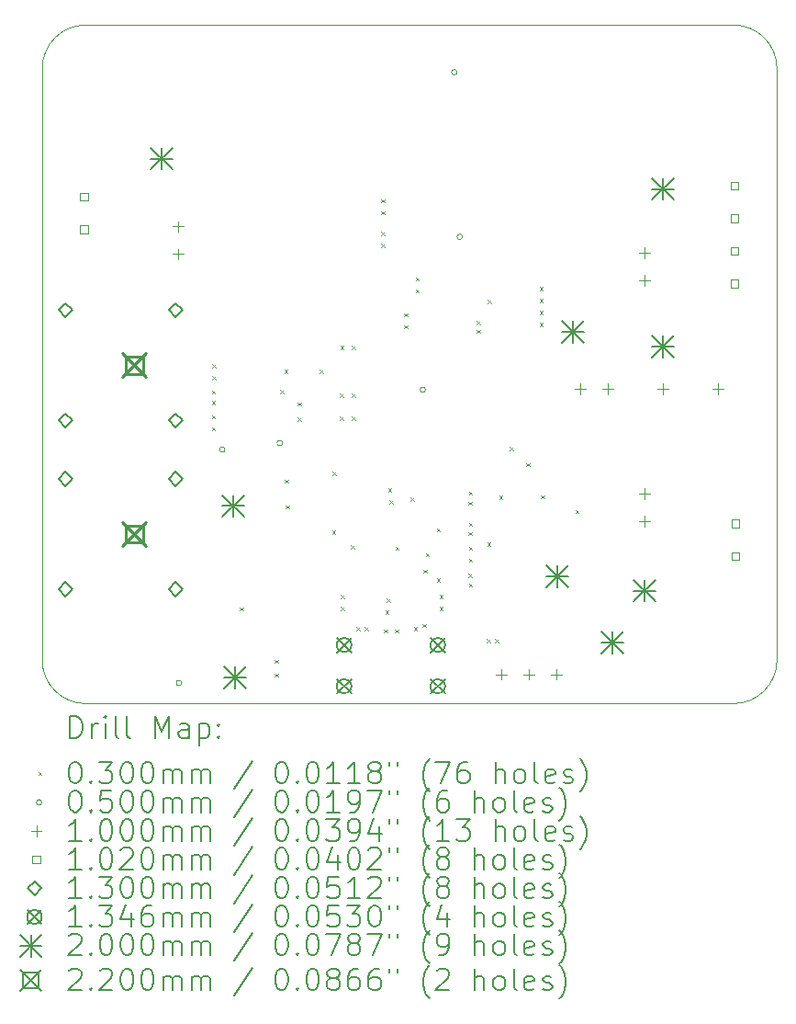
<source format=gbr>
%TF.GenerationSoftware,KiCad,Pcbnew,8.0.5*%
%TF.CreationDate,2024-10-14T19:38:52-05:00*%
%TF.ProjectId,USBCPowerPCB,55534243-506f-4776-9572-5043422e6b69,rev?*%
%TF.SameCoordinates,Original*%
%TF.FileFunction,Drillmap*%
%TF.FilePolarity,Positive*%
%FSLAX45Y45*%
G04 Gerber Fmt 4.5, Leading zero omitted, Abs format (unit mm)*
G04 Created by KiCad (PCBNEW 8.0.5) date 2024-10-14 19:38:52*
%MOMM*%
%LPD*%
G01*
G04 APERTURE LIST*
%ADD10C,0.100000*%
%ADD11C,0.200000*%
%ADD12C,0.102000*%
%ADD13C,0.130000*%
%ADD14C,0.134600*%
%ADD15C,0.220000*%
G04 APERTURE END LIST*
D10*
X11410000Y-14560031D02*
G75*
G02*
X11010000Y-14155000I0J400031D01*
G01*
X17785031Y-14160000D02*
G75*
G02*
X17380000Y-14560000I-400031J0D01*
G01*
X11410000Y-8310000D02*
X17385000Y-8309969D01*
X11010000Y-8710000D02*
G75*
G02*
X11410000Y-8310000I400000J0D01*
G01*
X17385000Y-8309969D02*
G75*
G02*
X17785000Y-8715000I0J-400031D01*
G01*
X17390000Y-14560000D02*
X11405000Y-14560000D01*
X17785000Y-8715000D02*
X17785000Y-14160000D01*
X11010000Y-8710000D02*
X11010000Y-14160000D01*
D11*
D10*
X12575000Y-11675000D02*
X12605000Y-11705000D01*
X12605000Y-11675000D02*
X12575000Y-11705000D01*
X12575000Y-11775000D02*
X12605000Y-11805000D01*
X12605000Y-11775000D02*
X12575000Y-11805000D01*
X12575000Y-11905000D02*
X12605000Y-11935000D01*
X12605000Y-11905000D02*
X12575000Y-11935000D01*
X12575000Y-12015000D02*
X12605000Y-12045000D01*
X12605000Y-12015000D02*
X12575000Y-12045000D01*
X12580000Y-11434000D02*
X12610000Y-11464000D01*
X12610000Y-11434000D02*
X12580000Y-11464000D01*
X12580000Y-11544000D02*
X12610000Y-11574000D01*
X12610000Y-11544000D02*
X12580000Y-11574000D01*
X12832500Y-13675000D02*
X12862500Y-13705000D01*
X12862500Y-13675000D02*
X12832500Y-13705000D01*
X13152500Y-14155000D02*
X13182500Y-14185000D01*
X13182500Y-14155000D02*
X13152500Y-14185000D01*
X13152500Y-14285000D02*
X13182500Y-14315000D01*
X13182500Y-14285000D02*
X13152500Y-14315000D01*
X13205000Y-11670000D02*
X13235000Y-11700000D01*
X13235000Y-11670000D02*
X13205000Y-11700000D01*
X13243000Y-11485000D02*
X13273000Y-11515000D01*
X13273000Y-11485000D02*
X13243000Y-11515000D01*
X13246250Y-12495000D02*
X13276250Y-12525000D01*
X13276250Y-12495000D02*
X13246250Y-12525000D01*
X13253750Y-12735000D02*
X13283750Y-12765000D01*
X13283750Y-12735000D02*
X13253750Y-12765000D01*
X13365000Y-11786250D02*
X13395000Y-11816250D01*
X13395000Y-11786250D02*
X13365000Y-11816250D01*
X13365000Y-11925000D02*
X13395000Y-11955000D01*
X13395000Y-11925000D02*
X13365000Y-11955000D01*
X13570625Y-11484375D02*
X13600625Y-11514375D01*
X13600625Y-11484375D02*
X13570625Y-11514375D01*
X13683250Y-12965000D02*
X13713250Y-12995000D01*
X13713250Y-12965000D02*
X13683250Y-12995000D01*
X13687500Y-12425000D02*
X13717500Y-12455000D01*
X13717500Y-12425000D02*
X13687500Y-12455000D01*
X13756250Y-11705000D02*
X13786250Y-11735000D01*
X13786250Y-11705000D02*
X13756250Y-11735000D01*
X13756250Y-11915000D02*
X13786250Y-11945000D01*
X13786250Y-11915000D02*
X13756250Y-11945000D01*
X13760000Y-11265000D02*
X13790000Y-11295000D01*
X13790000Y-11265000D02*
X13760000Y-11295000D01*
X13762500Y-13560000D02*
X13792500Y-13590000D01*
X13792500Y-13560000D02*
X13762500Y-13590000D01*
X13762500Y-13670000D02*
X13792500Y-13700000D01*
X13792500Y-13670000D02*
X13762500Y-13700000D01*
X13855000Y-13100000D02*
X13885000Y-13130000D01*
X13885000Y-13100000D02*
X13855000Y-13130000D01*
X13865000Y-11265000D02*
X13895000Y-11295000D01*
X13895000Y-11265000D02*
X13865000Y-11295000D01*
X13865000Y-11705000D02*
X13895000Y-11735000D01*
X13895000Y-11705000D02*
X13865000Y-11735000D01*
X13865000Y-11915000D02*
X13895000Y-11945000D01*
X13895000Y-11915000D02*
X13865000Y-11945000D01*
X13905000Y-13855000D02*
X13935000Y-13885000D01*
X13935000Y-13855000D02*
X13905000Y-13885000D01*
X13985000Y-13855000D02*
X14015000Y-13885000D01*
X14015000Y-13855000D02*
X13985000Y-13885000D01*
X14135000Y-9916000D02*
X14165000Y-9946000D01*
X14165000Y-9916000D02*
X14135000Y-9946000D01*
X14135000Y-10026000D02*
X14165000Y-10056000D01*
X14165000Y-10026000D02*
X14135000Y-10056000D01*
X14135000Y-10216000D02*
X14165000Y-10246000D01*
X14165000Y-10216000D02*
X14135000Y-10246000D01*
X14135000Y-10326000D02*
X14165000Y-10356000D01*
X14165000Y-10326000D02*
X14135000Y-10356000D01*
X14160500Y-13875000D02*
X14190500Y-13905000D01*
X14190500Y-13875000D02*
X14160500Y-13905000D01*
X14175000Y-13705000D02*
X14205000Y-13735000D01*
X14205000Y-13705000D02*
X14175000Y-13735000D01*
X14184962Y-13595000D02*
X14214962Y-13625000D01*
X14214962Y-13595000D02*
X14184962Y-13625000D01*
X14197500Y-12575000D02*
X14227500Y-12605000D01*
X14227500Y-12575000D02*
X14197500Y-12605000D01*
X14211250Y-12688750D02*
X14241250Y-12718750D01*
X14241250Y-12688750D02*
X14211250Y-12718750D01*
X14260500Y-13875000D02*
X14290500Y-13905000D01*
X14290500Y-13875000D02*
X14260500Y-13905000D01*
X14267468Y-13115770D02*
X14297468Y-13145770D01*
X14297468Y-13115770D02*
X14267468Y-13145770D01*
X14345000Y-10965000D02*
X14375000Y-10995000D01*
X14375000Y-10965000D02*
X14345000Y-10995000D01*
X14345000Y-11075000D02*
X14375000Y-11105000D01*
X14375000Y-11075000D02*
X14345000Y-11105000D01*
X14405000Y-12662500D02*
X14435000Y-12692500D01*
X14435000Y-12662500D02*
X14405000Y-12692500D01*
X14435000Y-13855000D02*
X14465000Y-13885000D01*
X14465000Y-13855000D02*
X14435000Y-13885000D01*
X14455000Y-10635000D02*
X14485000Y-10665000D01*
X14485000Y-10635000D02*
X14455000Y-10665000D01*
X14455000Y-10745000D02*
X14485000Y-10775000D01*
X14485000Y-10745000D02*
X14455000Y-10775000D01*
X14515000Y-13825000D02*
X14545000Y-13855000D01*
X14545000Y-13825000D02*
X14515000Y-13855000D01*
X14525000Y-13325000D02*
X14555000Y-13355000D01*
X14555000Y-13325000D02*
X14525000Y-13355000D01*
X14545000Y-13175000D02*
X14575000Y-13205000D01*
X14575000Y-13175000D02*
X14545000Y-13205000D01*
X14647500Y-12945000D02*
X14677500Y-12975000D01*
X14677500Y-12945000D02*
X14647500Y-12975000D01*
X14647500Y-13405000D02*
X14677500Y-13435000D01*
X14677500Y-13405000D02*
X14647500Y-13435000D01*
X14672500Y-13560000D02*
X14702500Y-13590000D01*
X14702500Y-13560000D02*
X14672500Y-13590000D01*
X14672500Y-13670000D02*
X14702500Y-13700000D01*
X14702500Y-13670000D02*
X14672500Y-13700000D01*
X14940000Y-12700000D02*
X14970000Y-12730000D01*
X14970000Y-12700000D02*
X14940000Y-12730000D01*
X14940000Y-12980000D02*
X14970000Y-13010000D01*
X14970000Y-12980000D02*
X14940000Y-13010000D01*
X14940000Y-13365000D02*
X14970000Y-13395000D01*
X14970000Y-13365000D02*
X14940000Y-13395000D01*
X14942500Y-12607763D02*
X14972500Y-12637763D01*
X14972500Y-12607763D02*
X14942500Y-12637763D01*
X14942500Y-12895000D02*
X14972500Y-12925000D01*
X14972500Y-12895000D02*
X14942500Y-12925000D01*
X14942500Y-13115000D02*
X14972500Y-13145000D01*
X14972500Y-13115000D02*
X14942500Y-13145000D01*
X14942500Y-13225000D02*
X14972500Y-13255000D01*
X14972500Y-13225000D02*
X14942500Y-13255000D01*
X14942500Y-13455000D02*
X14972500Y-13485000D01*
X14972500Y-13455000D02*
X14942500Y-13485000D01*
X15015000Y-11035000D02*
X15045000Y-11065000D01*
X15045000Y-11035000D02*
X15015000Y-11065000D01*
X15015000Y-11115000D02*
X15045000Y-11145000D01*
X15045000Y-11115000D02*
X15015000Y-11145000D01*
X15107000Y-13965000D02*
X15137000Y-13995000D01*
X15137000Y-13965000D02*
X15107000Y-13995000D01*
X15115000Y-13075000D02*
X15145000Y-13105000D01*
X15145000Y-13075000D02*
X15115000Y-13105000D01*
X15120000Y-10840000D02*
X15150000Y-10870000D01*
X15150000Y-10840000D02*
X15120000Y-10870000D01*
X15187000Y-13965000D02*
X15217000Y-13995000D01*
X15217000Y-13965000D02*
X15187000Y-13995000D01*
X15225000Y-12645000D02*
X15255000Y-12675000D01*
X15255000Y-12645000D02*
X15225000Y-12675000D01*
X15322500Y-12195000D02*
X15352500Y-12225000D01*
X15352500Y-12195000D02*
X15322500Y-12225000D01*
X15475000Y-12345000D02*
X15505000Y-12375000D01*
X15505000Y-12345000D02*
X15475000Y-12375000D01*
X15595000Y-10725000D02*
X15625000Y-10755000D01*
X15625000Y-10725000D02*
X15595000Y-10755000D01*
X15595000Y-10835000D02*
X15625000Y-10865000D01*
X15625000Y-10835000D02*
X15595000Y-10865000D01*
X15595000Y-10945000D02*
X15625000Y-10975000D01*
X15625000Y-10945000D02*
X15595000Y-10975000D01*
X15595000Y-11055000D02*
X15625000Y-11085000D01*
X15625000Y-11055000D02*
X15595000Y-11085000D01*
X15610000Y-12640000D02*
X15640000Y-12670000D01*
X15640000Y-12640000D02*
X15610000Y-12670000D01*
X15926250Y-12775000D02*
X15956250Y-12805000D01*
X15956250Y-12775000D02*
X15926250Y-12805000D01*
X12295000Y-14370000D02*
G75*
G02*
X12245000Y-14370000I-25000J0D01*
G01*
X12245000Y-14370000D02*
G75*
G02*
X12295000Y-14370000I25000J0D01*
G01*
X12695000Y-12220000D02*
G75*
G02*
X12645000Y-12220000I-25000J0D01*
G01*
X12645000Y-12220000D02*
G75*
G02*
X12695000Y-12220000I25000J0D01*
G01*
X13225000Y-12160000D02*
G75*
G02*
X13175000Y-12160000I-25000J0D01*
G01*
X13175000Y-12160000D02*
G75*
G02*
X13225000Y-12160000I25000J0D01*
G01*
X14545000Y-11670000D02*
G75*
G02*
X14495000Y-11670000I-25000J0D01*
G01*
X14495000Y-11670000D02*
G75*
G02*
X14545000Y-11670000I25000J0D01*
G01*
X14835000Y-8745000D02*
G75*
G02*
X14785000Y-8745000I-25000J0D01*
G01*
X14785000Y-8745000D02*
G75*
G02*
X14835000Y-8745000I25000J0D01*
G01*
X14885000Y-10260000D02*
G75*
G02*
X14835000Y-10260000I-25000J0D01*
G01*
X14835000Y-10260000D02*
G75*
G02*
X14885000Y-10260000I25000J0D01*
G01*
X12260000Y-10116000D02*
X12260000Y-10216000D01*
X12210000Y-10166000D02*
X12310000Y-10166000D01*
X12260000Y-10370000D02*
X12260000Y-10470000D01*
X12210000Y-10420000D02*
X12310000Y-10420000D01*
X15242000Y-14240000D02*
X15242000Y-14340000D01*
X15192000Y-14290000D02*
X15292000Y-14290000D01*
X15496000Y-14240000D02*
X15496000Y-14340000D01*
X15446000Y-14290000D02*
X15546000Y-14290000D01*
X15750000Y-14240000D02*
X15750000Y-14340000D01*
X15700000Y-14290000D02*
X15800000Y-14290000D01*
X15970000Y-11610000D02*
X15970000Y-11710000D01*
X15920000Y-11660000D02*
X16020000Y-11660000D01*
X16224000Y-11610000D02*
X16224000Y-11710000D01*
X16174000Y-11660000D02*
X16274000Y-11660000D01*
X16561000Y-12575900D02*
X16561000Y-12675900D01*
X16511000Y-12625900D02*
X16611000Y-12625900D01*
X16561000Y-12829900D02*
X16561000Y-12929900D01*
X16511000Y-12879900D02*
X16611000Y-12879900D01*
X16565000Y-10360000D02*
X16565000Y-10460000D01*
X16515000Y-10410000D02*
X16615000Y-10410000D01*
X16565000Y-10614000D02*
X16565000Y-10714000D01*
X16515000Y-10664000D02*
X16615000Y-10664000D01*
X16732000Y-11610000D02*
X16732000Y-11710000D01*
X16682000Y-11660000D02*
X16782000Y-11660000D01*
X17240000Y-11610000D02*
X17240000Y-11710000D01*
X17190000Y-11660000D02*
X17290000Y-11660000D01*
D12*
X11431063Y-9926063D02*
X11431063Y-9853937D01*
X11358937Y-9853937D01*
X11358937Y-9926063D01*
X11431063Y-9926063D01*
X11431063Y-10226063D02*
X11431063Y-10153937D01*
X11358937Y-10153937D01*
X11358937Y-10226063D01*
X11431063Y-10226063D01*
X17431063Y-9826063D02*
X17431063Y-9753937D01*
X17358937Y-9753937D01*
X17358937Y-9826063D01*
X17431063Y-9826063D01*
X17431063Y-10126063D02*
X17431063Y-10053937D01*
X17358937Y-10053937D01*
X17358937Y-10126063D01*
X17431063Y-10126063D01*
X17431063Y-10426063D02*
X17431063Y-10353937D01*
X17358937Y-10353937D01*
X17358937Y-10426063D01*
X17431063Y-10426063D01*
X17431063Y-10726063D02*
X17431063Y-10653937D01*
X17358937Y-10653937D01*
X17358937Y-10726063D01*
X17431063Y-10726063D01*
X17436063Y-12935963D02*
X17436063Y-12863837D01*
X17363937Y-12863837D01*
X17363937Y-12935963D01*
X17436063Y-12935963D01*
X17436063Y-13235963D02*
X17436063Y-13163837D01*
X17363937Y-13163837D01*
X17363937Y-13235963D01*
X17436063Y-13235963D01*
D13*
X11224000Y-11001000D02*
X11289000Y-10936000D01*
X11224000Y-10871000D01*
X11159000Y-10936000D01*
X11224000Y-11001000D01*
X11224000Y-12017000D02*
X11289000Y-11952000D01*
X11224000Y-11887000D01*
X11159000Y-11952000D01*
X11224000Y-12017000D01*
X11224000Y-12557000D02*
X11289000Y-12492000D01*
X11224000Y-12427000D01*
X11159000Y-12492000D01*
X11224000Y-12557000D01*
X11224000Y-13573000D02*
X11289000Y-13508000D01*
X11224000Y-13443000D01*
X11159000Y-13508000D01*
X11224000Y-13573000D01*
X12240000Y-11001000D02*
X12305000Y-10936000D01*
X12240000Y-10871000D01*
X12175000Y-10936000D01*
X12240000Y-11001000D01*
X12240000Y-12017000D02*
X12305000Y-11952000D01*
X12240000Y-11887000D01*
X12175000Y-11952000D01*
X12240000Y-12017000D01*
X12240000Y-12557000D02*
X12305000Y-12492000D01*
X12240000Y-12427000D01*
X12175000Y-12492000D01*
X12240000Y-12557000D01*
X12240000Y-13573000D02*
X12305000Y-13508000D01*
X12240000Y-13443000D01*
X12175000Y-13508000D01*
X12240000Y-13573000D01*
D14*
X13726200Y-13952700D02*
X13860800Y-14087300D01*
X13860800Y-13952700D02*
X13726200Y-14087300D01*
X13860800Y-14020000D02*
G75*
G02*
X13726200Y-14020000I-67300J0D01*
G01*
X13726200Y-14020000D02*
G75*
G02*
X13860800Y-14020000I67300J0D01*
G01*
X13726200Y-14332700D02*
X13860800Y-14467300D01*
X13860800Y-14332700D02*
X13726200Y-14467300D01*
X13860800Y-14400000D02*
G75*
G02*
X13726200Y-14400000I-67300J0D01*
G01*
X13726200Y-14400000D02*
G75*
G02*
X13860800Y-14400000I67300J0D01*
G01*
X14590200Y-13952700D02*
X14724800Y-14087300D01*
X14724800Y-13952700D02*
X14590200Y-14087300D01*
X14724800Y-14020000D02*
G75*
G02*
X14590200Y-14020000I-67300J0D01*
G01*
X14590200Y-14020000D02*
G75*
G02*
X14724800Y-14020000I67300J0D01*
G01*
X14590200Y-14332700D02*
X14724800Y-14467300D01*
X14724800Y-14332700D02*
X14590200Y-14467300D01*
X14724800Y-14400000D02*
G75*
G02*
X14590200Y-14400000I-67300J0D01*
G01*
X14590200Y-14400000D02*
G75*
G02*
X14724800Y-14400000I67300J0D01*
G01*
D11*
X12010000Y-9440000D02*
X12210000Y-9640000D01*
X12210000Y-9440000D02*
X12010000Y-9640000D01*
X12110000Y-9440000D02*
X12110000Y-9640000D01*
X12010000Y-9540000D02*
X12210000Y-9540000D01*
X12670000Y-12640000D02*
X12870000Y-12840000D01*
X12870000Y-12640000D02*
X12670000Y-12840000D01*
X12770000Y-12640000D02*
X12770000Y-12840000D01*
X12670000Y-12740000D02*
X12870000Y-12740000D01*
X12690000Y-14220000D02*
X12890000Y-14420000D01*
X12890000Y-14220000D02*
X12690000Y-14420000D01*
X12790000Y-14220000D02*
X12790000Y-14420000D01*
X12690000Y-14320000D02*
X12890000Y-14320000D01*
X15660000Y-13290000D02*
X15860000Y-13490000D01*
X15860000Y-13290000D02*
X15660000Y-13490000D01*
X15760000Y-13290000D02*
X15760000Y-13490000D01*
X15660000Y-13390000D02*
X15860000Y-13390000D01*
X15805000Y-11035000D02*
X16005000Y-11235000D01*
X16005000Y-11035000D02*
X15805000Y-11235000D01*
X15905000Y-11035000D02*
X15905000Y-11235000D01*
X15805000Y-11135000D02*
X16005000Y-11135000D01*
X16165000Y-13900000D02*
X16365000Y-14100000D01*
X16365000Y-13900000D02*
X16165000Y-14100000D01*
X16265000Y-13900000D02*
X16265000Y-14100000D01*
X16165000Y-14000000D02*
X16365000Y-14000000D01*
X16461000Y-13419900D02*
X16661000Y-13619900D01*
X16661000Y-13419900D02*
X16461000Y-13619900D01*
X16561000Y-13419900D02*
X16561000Y-13619900D01*
X16461000Y-13519900D02*
X16661000Y-13519900D01*
X16633750Y-11169250D02*
X16833750Y-11369250D01*
X16833750Y-11169250D02*
X16633750Y-11369250D01*
X16733750Y-11169250D02*
X16733750Y-11369250D01*
X16633750Y-11269250D02*
X16833750Y-11269250D01*
X16635000Y-9720000D02*
X16835000Y-9920000D01*
X16835000Y-9720000D02*
X16635000Y-9920000D01*
X16735000Y-9720000D02*
X16735000Y-9920000D01*
X16635000Y-9820000D02*
X16835000Y-9820000D01*
D15*
X11750000Y-11334000D02*
X11970000Y-11554000D01*
X11970000Y-11334000D02*
X11750000Y-11554000D01*
X11937782Y-11521782D02*
X11937782Y-11366217D01*
X11782217Y-11366217D01*
X11782217Y-11521782D01*
X11937782Y-11521782D01*
X11750000Y-12890000D02*
X11970000Y-13110000D01*
X11970000Y-12890000D02*
X11750000Y-13110000D01*
X11937782Y-13077782D02*
X11937782Y-12922217D01*
X11782217Y-12922217D01*
X11782217Y-13077782D01*
X11937782Y-13077782D01*
D11*
X11265746Y-14876515D02*
X11265746Y-14676515D01*
X11265746Y-14676515D02*
X11313365Y-14676515D01*
X11313365Y-14676515D02*
X11341936Y-14686039D01*
X11341936Y-14686039D02*
X11360984Y-14705086D01*
X11360984Y-14705086D02*
X11370508Y-14724134D01*
X11370508Y-14724134D02*
X11380031Y-14762229D01*
X11380031Y-14762229D02*
X11380031Y-14790801D01*
X11380031Y-14790801D02*
X11370508Y-14828896D01*
X11370508Y-14828896D02*
X11360984Y-14847944D01*
X11360984Y-14847944D02*
X11341936Y-14866991D01*
X11341936Y-14866991D02*
X11313365Y-14876515D01*
X11313365Y-14876515D02*
X11265746Y-14876515D01*
X11465746Y-14876515D02*
X11465746Y-14743182D01*
X11465746Y-14781277D02*
X11475269Y-14762229D01*
X11475269Y-14762229D02*
X11484793Y-14752705D01*
X11484793Y-14752705D02*
X11503841Y-14743182D01*
X11503841Y-14743182D02*
X11522889Y-14743182D01*
X11589555Y-14876515D02*
X11589555Y-14743182D01*
X11589555Y-14676515D02*
X11580031Y-14686039D01*
X11580031Y-14686039D02*
X11589555Y-14695563D01*
X11589555Y-14695563D02*
X11599079Y-14686039D01*
X11599079Y-14686039D02*
X11589555Y-14676515D01*
X11589555Y-14676515D02*
X11589555Y-14695563D01*
X11713365Y-14876515D02*
X11694317Y-14866991D01*
X11694317Y-14866991D02*
X11684793Y-14847944D01*
X11684793Y-14847944D02*
X11684793Y-14676515D01*
X11818127Y-14876515D02*
X11799079Y-14866991D01*
X11799079Y-14866991D02*
X11789555Y-14847944D01*
X11789555Y-14847944D02*
X11789555Y-14676515D01*
X12046698Y-14876515D02*
X12046698Y-14676515D01*
X12046698Y-14676515D02*
X12113365Y-14819372D01*
X12113365Y-14819372D02*
X12180031Y-14676515D01*
X12180031Y-14676515D02*
X12180031Y-14876515D01*
X12360984Y-14876515D02*
X12360984Y-14771753D01*
X12360984Y-14771753D02*
X12351460Y-14752705D01*
X12351460Y-14752705D02*
X12332412Y-14743182D01*
X12332412Y-14743182D02*
X12294317Y-14743182D01*
X12294317Y-14743182D02*
X12275269Y-14752705D01*
X12360984Y-14866991D02*
X12341936Y-14876515D01*
X12341936Y-14876515D02*
X12294317Y-14876515D01*
X12294317Y-14876515D02*
X12275269Y-14866991D01*
X12275269Y-14866991D02*
X12265746Y-14847944D01*
X12265746Y-14847944D02*
X12265746Y-14828896D01*
X12265746Y-14828896D02*
X12275269Y-14809848D01*
X12275269Y-14809848D02*
X12294317Y-14800325D01*
X12294317Y-14800325D02*
X12341936Y-14800325D01*
X12341936Y-14800325D02*
X12360984Y-14790801D01*
X12456222Y-14743182D02*
X12456222Y-14943182D01*
X12456222Y-14752705D02*
X12475269Y-14743182D01*
X12475269Y-14743182D02*
X12513365Y-14743182D01*
X12513365Y-14743182D02*
X12532412Y-14752705D01*
X12532412Y-14752705D02*
X12541936Y-14762229D01*
X12541936Y-14762229D02*
X12551460Y-14781277D01*
X12551460Y-14781277D02*
X12551460Y-14838420D01*
X12551460Y-14838420D02*
X12541936Y-14857467D01*
X12541936Y-14857467D02*
X12532412Y-14866991D01*
X12532412Y-14866991D02*
X12513365Y-14876515D01*
X12513365Y-14876515D02*
X12475269Y-14876515D01*
X12475269Y-14876515D02*
X12456222Y-14866991D01*
X12637174Y-14857467D02*
X12646698Y-14866991D01*
X12646698Y-14866991D02*
X12637174Y-14876515D01*
X12637174Y-14876515D02*
X12627650Y-14866991D01*
X12627650Y-14866991D02*
X12637174Y-14857467D01*
X12637174Y-14857467D02*
X12637174Y-14876515D01*
X12637174Y-14752705D02*
X12646698Y-14762229D01*
X12646698Y-14762229D02*
X12637174Y-14771753D01*
X12637174Y-14771753D02*
X12627650Y-14762229D01*
X12627650Y-14762229D02*
X12637174Y-14752705D01*
X12637174Y-14752705D02*
X12637174Y-14771753D01*
D10*
X10974969Y-15190031D02*
X11004969Y-15220031D01*
X11004969Y-15190031D02*
X10974969Y-15220031D01*
D11*
X11303841Y-15096515D02*
X11322889Y-15096515D01*
X11322889Y-15096515D02*
X11341936Y-15106039D01*
X11341936Y-15106039D02*
X11351460Y-15115563D01*
X11351460Y-15115563D02*
X11360984Y-15134610D01*
X11360984Y-15134610D02*
X11370508Y-15172705D01*
X11370508Y-15172705D02*
X11370508Y-15220325D01*
X11370508Y-15220325D02*
X11360984Y-15258420D01*
X11360984Y-15258420D02*
X11351460Y-15277467D01*
X11351460Y-15277467D02*
X11341936Y-15286991D01*
X11341936Y-15286991D02*
X11322889Y-15296515D01*
X11322889Y-15296515D02*
X11303841Y-15296515D01*
X11303841Y-15296515D02*
X11284793Y-15286991D01*
X11284793Y-15286991D02*
X11275269Y-15277467D01*
X11275269Y-15277467D02*
X11265746Y-15258420D01*
X11265746Y-15258420D02*
X11256222Y-15220325D01*
X11256222Y-15220325D02*
X11256222Y-15172705D01*
X11256222Y-15172705D02*
X11265746Y-15134610D01*
X11265746Y-15134610D02*
X11275269Y-15115563D01*
X11275269Y-15115563D02*
X11284793Y-15106039D01*
X11284793Y-15106039D02*
X11303841Y-15096515D01*
X11456222Y-15277467D02*
X11465746Y-15286991D01*
X11465746Y-15286991D02*
X11456222Y-15296515D01*
X11456222Y-15296515D02*
X11446698Y-15286991D01*
X11446698Y-15286991D02*
X11456222Y-15277467D01*
X11456222Y-15277467D02*
X11456222Y-15296515D01*
X11532412Y-15096515D02*
X11656222Y-15096515D01*
X11656222Y-15096515D02*
X11589555Y-15172705D01*
X11589555Y-15172705D02*
X11618127Y-15172705D01*
X11618127Y-15172705D02*
X11637174Y-15182229D01*
X11637174Y-15182229D02*
X11646698Y-15191753D01*
X11646698Y-15191753D02*
X11656222Y-15210801D01*
X11656222Y-15210801D02*
X11656222Y-15258420D01*
X11656222Y-15258420D02*
X11646698Y-15277467D01*
X11646698Y-15277467D02*
X11637174Y-15286991D01*
X11637174Y-15286991D02*
X11618127Y-15296515D01*
X11618127Y-15296515D02*
X11560984Y-15296515D01*
X11560984Y-15296515D02*
X11541936Y-15286991D01*
X11541936Y-15286991D02*
X11532412Y-15277467D01*
X11780031Y-15096515D02*
X11799079Y-15096515D01*
X11799079Y-15096515D02*
X11818127Y-15106039D01*
X11818127Y-15106039D02*
X11827650Y-15115563D01*
X11827650Y-15115563D02*
X11837174Y-15134610D01*
X11837174Y-15134610D02*
X11846698Y-15172705D01*
X11846698Y-15172705D02*
X11846698Y-15220325D01*
X11846698Y-15220325D02*
X11837174Y-15258420D01*
X11837174Y-15258420D02*
X11827650Y-15277467D01*
X11827650Y-15277467D02*
X11818127Y-15286991D01*
X11818127Y-15286991D02*
X11799079Y-15296515D01*
X11799079Y-15296515D02*
X11780031Y-15296515D01*
X11780031Y-15296515D02*
X11760984Y-15286991D01*
X11760984Y-15286991D02*
X11751460Y-15277467D01*
X11751460Y-15277467D02*
X11741936Y-15258420D01*
X11741936Y-15258420D02*
X11732412Y-15220325D01*
X11732412Y-15220325D02*
X11732412Y-15172705D01*
X11732412Y-15172705D02*
X11741936Y-15134610D01*
X11741936Y-15134610D02*
X11751460Y-15115563D01*
X11751460Y-15115563D02*
X11760984Y-15106039D01*
X11760984Y-15106039D02*
X11780031Y-15096515D01*
X11970508Y-15096515D02*
X11989555Y-15096515D01*
X11989555Y-15096515D02*
X12008603Y-15106039D01*
X12008603Y-15106039D02*
X12018127Y-15115563D01*
X12018127Y-15115563D02*
X12027650Y-15134610D01*
X12027650Y-15134610D02*
X12037174Y-15172705D01*
X12037174Y-15172705D02*
X12037174Y-15220325D01*
X12037174Y-15220325D02*
X12027650Y-15258420D01*
X12027650Y-15258420D02*
X12018127Y-15277467D01*
X12018127Y-15277467D02*
X12008603Y-15286991D01*
X12008603Y-15286991D02*
X11989555Y-15296515D01*
X11989555Y-15296515D02*
X11970508Y-15296515D01*
X11970508Y-15296515D02*
X11951460Y-15286991D01*
X11951460Y-15286991D02*
X11941936Y-15277467D01*
X11941936Y-15277467D02*
X11932412Y-15258420D01*
X11932412Y-15258420D02*
X11922889Y-15220325D01*
X11922889Y-15220325D02*
X11922889Y-15172705D01*
X11922889Y-15172705D02*
X11932412Y-15134610D01*
X11932412Y-15134610D02*
X11941936Y-15115563D01*
X11941936Y-15115563D02*
X11951460Y-15106039D01*
X11951460Y-15106039D02*
X11970508Y-15096515D01*
X12122889Y-15296515D02*
X12122889Y-15163182D01*
X12122889Y-15182229D02*
X12132412Y-15172705D01*
X12132412Y-15172705D02*
X12151460Y-15163182D01*
X12151460Y-15163182D02*
X12180031Y-15163182D01*
X12180031Y-15163182D02*
X12199079Y-15172705D01*
X12199079Y-15172705D02*
X12208603Y-15191753D01*
X12208603Y-15191753D02*
X12208603Y-15296515D01*
X12208603Y-15191753D02*
X12218127Y-15172705D01*
X12218127Y-15172705D02*
X12237174Y-15163182D01*
X12237174Y-15163182D02*
X12265746Y-15163182D01*
X12265746Y-15163182D02*
X12284793Y-15172705D01*
X12284793Y-15172705D02*
X12294317Y-15191753D01*
X12294317Y-15191753D02*
X12294317Y-15296515D01*
X12389555Y-15296515D02*
X12389555Y-15163182D01*
X12389555Y-15182229D02*
X12399079Y-15172705D01*
X12399079Y-15172705D02*
X12418127Y-15163182D01*
X12418127Y-15163182D02*
X12446698Y-15163182D01*
X12446698Y-15163182D02*
X12465746Y-15172705D01*
X12465746Y-15172705D02*
X12475270Y-15191753D01*
X12475270Y-15191753D02*
X12475270Y-15296515D01*
X12475270Y-15191753D02*
X12484793Y-15172705D01*
X12484793Y-15172705D02*
X12503841Y-15163182D01*
X12503841Y-15163182D02*
X12532412Y-15163182D01*
X12532412Y-15163182D02*
X12551460Y-15172705D01*
X12551460Y-15172705D02*
X12560984Y-15191753D01*
X12560984Y-15191753D02*
X12560984Y-15296515D01*
X12951460Y-15086991D02*
X12780032Y-15344134D01*
X13208603Y-15096515D02*
X13227651Y-15096515D01*
X13227651Y-15096515D02*
X13246698Y-15106039D01*
X13246698Y-15106039D02*
X13256222Y-15115563D01*
X13256222Y-15115563D02*
X13265746Y-15134610D01*
X13265746Y-15134610D02*
X13275270Y-15172705D01*
X13275270Y-15172705D02*
X13275270Y-15220325D01*
X13275270Y-15220325D02*
X13265746Y-15258420D01*
X13265746Y-15258420D02*
X13256222Y-15277467D01*
X13256222Y-15277467D02*
X13246698Y-15286991D01*
X13246698Y-15286991D02*
X13227651Y-15296515D01*
X13227651Y-15296515D02*
X13208603Y-15296515D01*
X13208603Y-15296515D02*
X13189555Y-15286991D01*
X13189555Y-15286991D02*
X13180032Y-15277467D01*
X13180032Y-15277467D02*
X13170508Y-15258420D01*
X13170508Y-15258420D02*
X13160984Y-15220325D01*
X13160984Y-15220325D02*
X13160984Y-15172705D01*
X13160984Y-15172705D02*
X13170508Y-15134610D01*
X13170508Y-15134610D02*
X13180032Y-15115563D01*
X13180032Y-15115563D02*
X13189555Y-15106039D01*
X13189555Y-15106039D02*
X13208603Y-15096515D01*
X13360984Y-15277467D02*
X13370508Y-15286991D01*
X13370508Y-15286991D02*
X13360984Y-15296515D01*
X13360984Y-15296515D02*
X13351460Y-15286991D01*
X13351460Y-15286991D02*
X13360984Y-15277467D01*
X13360984Y-15277467D02*
X13360984Y-15296515D01*
X13494317Y-15096515D02*
X13513365Y-15096515D01*
X13513365Y-15096515D02*
X13532413Y-15106039D01*
X13532413Y-15106039D02*
X13541936Y-15115563D01*
X13541936Y-15115563D02*
X13551460Y-15134610D01*
X13551460Y-15134610D02*
X13560984Y-15172705D01*
X13560984Y-15172705D02*
X13560984Y-15220325D01*
X13560984Y-15220325D02*
X13551460Y-15258420D01*
X13551460Y-15258420D02*
X13541936Y-15277467D01*
X13541936Y-15277467D02*
X13532413Y-15286991D01*
X13532413Y-15286991D02*
X13513365Y-15296515D01*
X13513365Y-15296515D02*
X13494317Y-15296515D01*
X13494317Y-15296515D02*
X13475270Y-15286991D01*
X13475270Y-15286991D02*
X13465746Y-15277467D01*
X13465746Y-15277467D02*
X13456222Y-15258420D01*
X13456222Y-15258420D02*
X13446698Y-15220325D01*
X13446698Y-15220325D02*
X13446698Y-15172705D01*
X13446698Y-15172705D02*
X13456222Y-15134610D01*
X13456222Y-15134610D02*
X13465746Y-15115563D01*
X13465746Y-15115563D02*
X13475270Y-15106039D01*
X13475270Y-15106039D02*
X13494317Y-15096515D01*
X13751460Y-15296515D02*
X13637174Y-15296515D01*
X13694317Y-15296515D02*
X13694317Y-15096515D01*
X13694317Y-15096515D02*
X13675270Y-15125086D01*
X13675270Y-15125086D02*
X13656222Y-15144134D01*
X13656222Y-15144134D02*
X13637174Y-15153658D01*
X13941936Y-15296515D02*
X13827651Y-15296515D01*
X13884793Y-15296515D02*
X13884793Y-15096515D01*
X13884793Y-15096515D02*
X13865746Y-15125086D01*
X13865746Y-15125086D02*
X13846698Y-15144134D01*
X13846698Y-15144134D02*
X13827651Y-15153658D01*
X14056222Y-15182229D02*
X14037174Y-15172705D01*
X14037174Y-15172705D02*
X14027651Y-15163182D01*
X14027651Y-15163182D02*
X14018127Y-15144134D01*
X14018127Y-15144134D02*
X14018127Y-15134610D01*
X14018127Y-15134610D02*
X14027651Y-15115563D01*
X14027651Y-15115563D02*
X14037174Y-15106039D01*
X14037174Y-15106039D02*
X14056222Y-15096515D01*
X14056222Y-15096515D02*
X14094317Y-15096515D01*
X14094317Y-15096515D02*
X14113365Y-15106039D01*
X14113365Y-15106039D02*
X14122889Y-15115563D01*
X14122889Y-15115563D02*
X14132413Y-15134610D01*
X14132413Y-15134610D02*
X14132413Y-15144134D01*
X14132413Y-15144134D02*
X14122889Y-15163182D01*
X14122889Y-15163182D02*
X14113365Y-15172705D01*
X14113365Y-15172705D02*
X14094317Y-15182229D01*
X14094317Y-15182229D02*
X14056222Y-15182229D01*
X14056222Y-15182229D02*
X14037174Y-15191753D01*
X14037174Y-15191753D02*
X14027651Y-15201277D01*
X14027651Y-15201277D02*
X14018127Y-15220325D01*
X14018127Y-15220325D02*
X14018127Y-15258420D01*
X14018127Y-15258420D02*
X14027651Y-15277467D01*
X14027651Y-15277467D02*
X14037174Y-15286991D01*
X14037174Y-15286991D02*
X14056222Y-15296515D01*
X14056222Y-15296515D02*
X14094317Y-15296515D01*
X14094317Y-15296515D02*
X14113365Y-15286991D01*
X14113365Y-15286991D02*
X14122889Y-15277467D01*
X14122889Y-15277467D02*
X14132413Y-15258420D01*
X14132413Y-15258420D02*
X14132413Y-15220325D01*
X14132413Y-15220325D02*
X14122889Y-15201277D01*
X14122889Y-15201277D02*
X14113365Y-15191753D01*
X14113365Y-15191753D02*
X14094317Y-15182229D01*
X14208603Y-15096515D02*
X14208603Y-15134610D01*
X14284794Y-15096515D02*
X14284794Y-15134610D01*
X14580032Y-15372705D02*
X14570508Y-15363182D01*
X14570508Y-15363182D02*
X14551460Y-15334610D01*
X14551460Y-15334610D02*
X14541936Y-15315563D01*
X14541936Y-15315563D02*
X14532413Y-15286991D01*
X14532413Y-15286991D02*
X14522889Y-15239372D01*
X14522889Y-15239372D02*
X14522889Y-15201277D01*
X14522889Y-15201277D02*
X14532413Y-15153658D01*
X14532413Y-15153658D02*
X14541936Y-15125086D01*
X14541936Y-15125086D02*
X14551460Y-15106039D01*
X14551460Y-15106039D02*
X14570508Y-15077467D01*
X14570508Y-15077467D02*
X14580032Y-15067944D01*
X14637175Y-15096515D02*
X14770508Y-15096515D01*
X14770508Y-15096515D02*
X14684794Y-15296515D01*
X14932413Y-15096515D02*
X14894317Y-15096515D01*
X14894317Y-15096515D02*
X14875270Y-15106039D01*
X14875270Y-15106039D02*
X14865746Y-15115563D01*
X14865746Y-15115563D02*
X14846698Y-15144134D01*
X14846698Y-15144134D02*
X14837175Y-15182229D01*
X14837175Y-15182229D02*
X14837175Y-15258420D01*
X14837175Y-15258420D02*
X14846698Y-15277467D01*
X14846698Y-15277467D02*
X14856222Y-15286991D01*
X14856222Y-15286991D02*
X14875270Y-15296515D01*
X14875270Y-15296515D02*
X14913365Y-15296515D01*
X14913365Y-15296515D02*
X14932413Y-15286991D01*
X14932413Y-15286991D02*
X14941936Y-15277467D01*
X14941936Y-15277467D02*
X14951460Y-15258420D01*
X14951460Y-15258420D02*
X14951460Y-15210801D01*
X14951460Y-15210801D02*
X14941936Y-15191753D01*
X14941936Y-15191753D02*
X14932413Y-15182229D01*
X14932413Y-15182229D02*
X14913365Y-15172705D01*
X14913365Y-15172705D02*
X14875270Y-15172705D01*
X14875270Y-15172705D02*
X14856222Y-15182229D01*
X14856222Y-15182229D02*
X14846698Y-15191753D01*
X14846698Y-15191753D02*
X14837175Y-15210801D01*
X15189556Y-15296515D02*
X15189556Y-15096515D01*
X15275270Y-15296515D02*
X15275270Y-15191753D01*
X15275270Y-15191753D02*
X15265746Y-15172705D01*
X15265746Y-15172705D02*
X15246698Y-15163182D01*
X15246698Y-15163182D02*
X15218127Y-15163182D01*
X15218127Y-15163182D02*
X15199079Y-15172705D01*
X15199079Y-15172705D02*
X15189556Y-15182229D01*
X15399079Y-15296515D02*
X15380032Y-15286991D01*
X15380032Y-15286991D02*
X15370508Y-15277467D01*
X15370508Y-15277467D02*
X15360984Y-15258420D01*
X15360984Y-15258420D02*
X15360984Y-15201277D01*
X15360984Y-15201277D02*
X15370508Y-15182229D01*
X15370508Y-15182229D02*
X15380032Y-15172705D01*
X15380032Y-15172705D02*
X15399079Y-15163182D01*
X15399079Y-15163182D02*
X15427651Y-15163182D01*
X15427651Y-15163182D02*
X15446698Y-15172705D01*
X15446698Y-15172705D02*
X15456222Y-15182229D01*
X15456222Y-15182229D02*
X15465746Y-15201277D01*
X15465746Y-15201277D02*
X15465746Y-15258420D01*
X15465746Y-15258420D02*
X15456222Y-15277467D01*
X15456222Y-15277467D02*
X15446698Y-15286991D01*
X15446698Y-15286991D02*
X15427651Y-15296515D01*
X15427651Y-15296515D02*
X15399079Y-15296515D01*
X15580032Y-15296515D02*
X15560984Y-15286991D01*
X15560984Y-15286991D02*
X15551460Y-15267944D01*
X15551460Y-15267944D02*
X15551460Y-15096515D01*
X15732413Y-15286991D02*
X15713365Y-15296515D01*
X15713365Y-15296515D02*
X15675270Y-15296515D01*
X15675270Y-15296515D02*
X15656222Y-15286991D01*
X15656222Y-15286991D02*
X15646698Y-15267944D01*
X15646698Y-15267944D02*
X15646698Y-15191753D01*
X15646698Y-15191753D02*
X15656222Y-15172705D01*
X15656222Y-15172705D02*
X15675270Y-15163182D01*
X15675270Y-15163182D02*
X15713365Y-15163182D01*
X15713365Y-15163182D02*
X15732413Y-15172705D01*
X15732413Y-15172705D02*
X15741937Y-15191753D01*
X15741937Y-15191753D02*
X15741937Y-15210801D01*
X15741937Y-15210801D02*
X15646698Y-15229848D01*
X15818127Y-15286991D02*
X15837175Y-15296515D01*
X15837175Y-15296515D02*
X15875270Y-15296515D01*
X15875270Y-15296515D02*
X15894318Y-15286991D01*
X15894318Y-15286991D02*
X15903841Y-15267944D01*
X15903841Y-15267944D02*
X15903841Y-15258420D01*
X15903841Y-15258420D02*
X15894318Y-15239372D01*
X15894318Y-15239372D02*
X15875270Y-15229848D01*
X15875270Y-15229848D02*
X15846698Y-15229848D01*
X15846698Y-15229848D02*
X15827651Y-15220325D01*
X15827651Y-15220325D02*
X15818127Y-15201277D01*
X15818127Y-15201277D02*
X15818127Y-15191753D01*
X15818127Y-15191753D02*
X15827651Y-15172705D01*
X15827651Y-15172705D02*
X15846698Y-15163182D01*
X15846698Y-15163182D02*
X15875270Y-15163182D01*
X15875270Y-15163182D02*
X15894318Y-15172705D01*
X15970508Y-15372705D02*
X15980032Y-15363182D01*
X15980032Y-15363182D02*
X15999079Y-15334610D01*
X15999079Y-15334610D02*
X16008603Y-15315563D01*
X16008603Y-15315563D02*
X16018127Y-15286991D01*
X16018127Y-15286991D02*
X16027651Y-15239372D01*
X16027651Y-15239372D02*
X16027651Y-15201277D01*
X16027651Y-15201277D02*
X16018127Y-15153658D01*
X16018127Y-15153658D02*
X16008603Y-15125086D01*
X16008603Y-15125086D02*
X15999079Y-15106039D01*
X15999079Y-15106039D02*
X15980032Y-15077467D01*
X15980032Y-15077467D02*
X15970508Y-15067944D01*
D10*
X11004969Y-15469031D02*
G75*
G02*
X10954969Y-15469031I-25000J0D01*
G01*
X10954969Y-15469031D02*
G75*
G02*
X11004969Y-15469031I25000J0D01*
G01*
D11*
X11303841Y-15360515D02*
X11322889Y-15360515D01*
X11322889Y-15360515D02*
X11341936Y-15370039D01*
X11341936Y-15370039D02*
X11351460Y-15379563D01*
X11351460Y-15379563D02*
X11360984Y-15398610D01*
X11360984Y-15398610D02*
X11370508Y-15436705D01*
X11370508Y-15436705D02*
X11370508Y-15484325D01*
X11370508Y-15484325D02*
X11360984Y-15522420D01*
X11360984Y-15522420D02*
X11351460Y-15541467D01*
X11351460Y-15541467D02*
X11341936Y-15550991D01*
X11341936Y-15550991D02*
X11322889Y-15560515D01*
X11322889Y-15560515D02*
X11303841Y-15560515D01*
X11303841Y-15560515D02*
X11284793Y-15550991D01*
X11284793Y-15550991D02*
X11275269Y-15541467D01*
X11275269Y-15541467D02*
X11265746Y-15522420D01*
X11265746Y-15522420D02*
X11256222Y-15484325D01*
X11256222Y-15484325D02*
X11256222Y-15436705D01*
X11256222Y-15436705D02*
X11265746Y-15398610D01*
X11265746Y-15398610D02*
X11275269Y-15379563D01*
X11275269Y-15379563D02*
X11284793Y-15370039D01*
X11284793Y-15370039D02*
X11303841Y-15360515D01*
X11456222Y-15541467D02*
X11465746Y-15550991D01*
X11465746Y-15550991D02*
X11456222Y-15560515D01*
X11456222Y-15560515D02*
X11446698Y-15550991D01*
X11446698Y-15550991D02*
X11456222Y-15541467D01*
X11456222Y-15541467D02*
X11456222Y-15560515D01*
X11646698Y-15360515D02*
X11551460Y-15360515D01*
X11551460Y-15360515D02*
X11541936Y-15455753D01*
X11541936Y-15455753D02*
X11551460Y-15446229D01*
X11551460Y-15446229D02*
X11570508Y-15436705D01*
X11570508Y-15436705D02*
X11618127Y-15436705D01*
X11618127Y-15436705D02*
X11637174Y-15446229D01*
X11637174Y-15446229D02*
X11646698Y-15455753D01*
X11646698Y-15455753D02*
X11656222Y-15474801D01*
X11656222Y-15474801D02*
X11656222Y-15522420D01*
X11656222Y-15522420D02*
X11646698Y-15541467D01*
X11646698Y-15541467D02*
X11637174Y-15550991D01*
X11637174Y-15550991D02*
X11618127Y-15560515D01*
X11618127Y-15560515D02*
X11570508Y-15560515D01*
X11570508Y-15560515D02*
X11551460Y-15550991D01*
X11551460Y-15550991D02*
X11541936Y-15541467D01*
X11780031Y-15360515D02*
X11799079Y-15360515D01*
X11799079Y-15360515D02*
X11818127Y-15370039D01*
X11818127Y-15370039D02*
X11827650Y-15379563D01*
X11827650Y-15379563D02*
X11837174Y-15398610D01*
X11837174Y-15398610D02*
X11846698Y-15436705D01*
X11846698Y-15436705D02*
X11846698Y-15484325D01*
X11846698Y-15484325D02*
X11837174Y-15522420D01*
X11837174Y-15522420D02*
X11827650Y-15541467D01*
X11827650Y-15541467D02*
X11818127Y-15550991D01*
X11818127Y-15550991D02*
X11799079Y-15560515D01*
X11799079Y-15560515D02*
X11780031Y-15560515D01*
X11780031Y-15560515D02*
X11760984Y-15550991D01*
X11760984Y-15550991D02*
X11751460Y-15541467D01*
X11751460Y-15541467D02*
X11741936Y-15522420D01*
X11741936Y-15522420D02*
X11732412Y-15484325D01*
X11732412Y-15484325D02*
X11732412Y-15436705D01*
X11732412Y-15436705D02*
X11741936Y-15398610D01*
X11741936Y-15398610D02*
X11751460Y-15379563D01*
X11751460Y-15379563D02*
X11760984Y-15370039D01*
X11760984Y-15370039D02*
X11780031Y-15360515D01*
X11970508Y-15360515D02*
X11989555Y-15360515D01*
X11989555Y-15360515D02*
X12008603Y-15370039D01*
X12008603Y-15370039D02*
X12018127Y-15379563D01*
X12018127Y-15379563D02*
X12027650Y-15398610D01*
X12027650Y-15398610D02*
X12037174Y-15436705D01*
X12037174Y-15436705D02*
X12037174Y-15484325D01*
X12037174Y-15484325D02*
X12027650Y-15522420D01*
X12027650Y-15522420D02*
X12018127Y-15541467D01*
X12018127Y-15541467D02*
X12008603Y-15550991D01*
X12008603Y-15550991D02*
X11989555Y-15560515D01*
X11989555Y-15560515D02*
X11970508Y-15560515D01*
X11970508Y-15560515D02*
X11951460Y-15550991D01*
X11951460Y-15550991D02*
X11941936Y-15541467D01*
X11941936Y-15541467D02*
X11932412Y-15522420D01*
X11932412Y-15522420D02*
X11922889Y-15484325D01*
X11922889Y-15484325D02*
X11922889Y-15436705D01*
X11922889Y-15436705D02*
X11932412Y-15398610D01*
X11932412Y-15398610D02*
X11941936Y-15379563D01*
X11941936Y-15379563D02*
X11951460Y-15370039D01*
X11951460Y-15370039D02*
X11970508Y-15360515D01*
X12122889Y-15560515D02*
X12122889Y-15427182D01*
X12122889Y-15446229D02*
X12132412Y-15436705D01*
X12132412Y-15436705D02*
X12151460Y-15427182D01*
X12151460Y-15427182D02*
X12180031Y-15427182D01*
X12180031Y-15427182D02*
X12199079Y-15436705D01*
X12199079Y-15436705D02*
X12208603Y-15455753D01*
X12208603Y-15455753D02*
X12208603Y-15560515D01*
X12208603Y-15455753D02*
X12218127Y-15436705D01*
X12218127Y-15436705D02*
X12237174Y-15427182D01*
X12237174Y-15427182D02*
X12265746Y-15427182D01*
X12265746Y-15427182D02*
X12284793Y-15436705D01*
X12284793Y-15436705D02*
X12294317Y-15455753D01*
X12294317Y-15455753D02*
X12294317Y-15560515D01*
X12389555Y-15560515D02*
X12389555Y-15427182D01*
X12389555Y-15446229D02*
X12399079Y-15436705D01*
X12399079Y-15436705D02*
X12418127Y-15427182D01*
X12418127Y-15427182D02*
X12446698Y-15427182D01*
X12446698Y-15427182D02*
X12465746Y-15436705D01*
X12465746Y-15436705D02*
X12475270Y-15455753D01*
X12475270Y-15455753D02*
X12475270Y-15560515D01*
X12475270Y-15455753D02*
X12484793Y-15436705D01*
X12484793Y-15436705D02*
X12503841Y-15427182D01*
X12503841Y-15427182D02*
X12532412Y-15427182D01*
X12532412Y-15427182D02*
X12551460Y-15436705D01*
X12551460Y-15436705D02*
X12560984Y-15455753D01*
X12560984Y-15455753D02*
X12560984Y-15560515D01*
X12951460Y-15350991D02*
X12780032Y-15608134D01*
X13208603Y-15360515D02*
X13227651Y-15360515D01*
X13227651Y-15360515D02*
X13246698Y-15370039D01*
X13246698Y-15370039D02*
X13256222Y-15379563D01*
X13256222Y-15379563D02*
X13265746Y-15398610D01*
X13265746Y-15398610D02*
X13275270Y-15436705D01*
X13275270Y-15436705D02*
X13275270Y-15484325D01*
X13275270Y-15484325D02*
X13265746Y-15522420D01*
X13265746Y-15522420D02*
X13256222Y-15541467D01*
X13256222Y-15541467D02*
X13246698Y-15550991D01*
X13246698Y-15550991D02*
X13227651Y-15560515D01*
X13227651Y-15560515D02*
X13208603Y-15560515D01*
X13208603Y-15560515D02*
X13189555Y-15550991D01*
X13189555Y-15550991D02*
X13180032Y-15541467D01*
X13180032Y-15541467D02*
X13170508Y-15522420D01*
X13170508Y-15522420D02*
X13160984Y-15484325D01*
X13160984Y-15484325D02*
X13160984Y-15436705D01*
X13160984Y-15436705D02*
X13170508Y-15398610D01*
X13170508Y-15398610D02*
X13180032Y-15379563D01*
X13180032Y-15379563D02*
X13189555Y-15370039D01*
X13189555Y-15370039D02*
X13208603Y-15360515D01*
X13360984Y-15541467D02*
X13370508Y-15550991D01*
X13370508Y-15550991D02*
X13360984Y-15560515D01*
X13360984Y-15560515D02*
X13351460Y-15550991D01*
X13351460Y-15550991D02*
X13360984Y-15541467D01*
X13360984Y-15541467D02*
X13360984Y-15560515D01*
X13494317Y-15360515D02*
X13513365Y-15360515D01*
X13513365Y-15360515D02*
X13532413Y-15370039D01*
X13532413Y-15370039D02*
X13541936Y-15379563D01*
X13541936Y-15379563D02*
X13551460Y-15398610D01*
X13551460Y-15398610D02*
X13560984Y-15436705D01*
X13560984Y-15436705D02*
X13560984Y-15484325D01*
X13560984Y-15484325D02*
X13551460Y-15522420D01*
X13551460Y-15522420D02*
X13541936Y-15541467D01*
X13541936Y-15541467D02*
X13532413Y-15550991D01*
X13532413Y-15550991D02*
X13513365Y-15560515D01*
X13513365Y-15560515D02*
X13494317Y-15560515D01*
X13494317Y-15560515D02*
X13475270Y-15550991D01*
X13475270Y-15550991D02*
X13465746Y-15541467D01*
X13465746Y-15541467D02*
X13456222Y-15522420D01*
X13456222Y-15522420D02*
X13446698Y-15484325D01*
X13446698Y-15484325D02*
X13446698Y-15436705D01*
X13446698Y-15436705D02*
X13456222Y-15398610D01*
X13456222Y-15398610D02*
X13465746Y-15379563D01*
X13465746Y-15379563D02*
X13475270Y-15370039D01*
X13475270Y-15370039D02*
X13494317Y-15360515D01*
X13751460Y-15560515D02*
X13637174Y-15560515D01*
X13694317Y-15560515D02*
X13694317Y-15360515D01*
X13694317Y-15360515D02*
X13675270Y-15389086D01*
X13675270Y-15389086D02*
X13656222Y-15408134D01*
X13656222Y-15408134D02*
X13637174Y-15417658D01*
X13846698Y-15560515D02*
X13884793Y-15560515D01*
X13884793Y-15560515D02*
X13903841Y-15550991D01*
X13903841Y-15550991D02*
X13913365Y-15541467D01*
X13913365Y-15541467D02*
X13932413Y-15512896D01*
X13932413Y-15512896D02*
X13941936Y-15474801D01*
X13941936Y-15474801D02*
X13941936Y-15398610D01*
X13941936Y-15398610D02*
X13932413Y-15379563D01*
X13932413Y-15379563D02*
X13922889Y-15370039D01*
X13922889Y-15370039D02*
X13903841Y-15360515D01*
X13903841Y-15360515D02*
X13865746Y-15360515D01*
X13865746Y-15360515D02*
X13846698Y-15370039D01*
X13846698Y-15370039D02*
X13837174Y-15379563D01*
X13837174Y-15379563D02*
X13827651Y-15398610D01*
X13827651Y-15398610D02*
X13827651Y-15446229D01*
X13827651Y-15446229D02*
X13837174Y-15465277D01*
X13837174Y-15465277D02*
X13846698Y-15474801D01*
X13846698Y-15474801D02*
X13865746Y-15484325D01*
X13865746Y-15484325D02*
X13903841Y-15484325D01*
X13903841Y-15484325D02*
X13922889Y-15474801D01*
X13922889Y-15474801D02*
X13932413Y-15465277D01*
X13932413Y-15465277D02*
X13941936Y-15446229D01*
X14008603Y-15360515D02*
X14141936Y-15360515D01*
X14141936Y-15360515D02*
X14056222Y-15560515D01*
X14208603Y-15360515D02*
X14208603Y-15398610D01*
X14284794Y-15360515D02*
X14284794Y-15398610D01*
X14580032Y-15636705D02*
X14570508Y-15627182D01*
X14570508Y-15627182D02*
X14551460Y-15598610D01*
X14551460Y-15598610D02*
X14541936Y-15579563D01*
X14541936Y-15579563D02*
X14532413Y-15550991D01*
X14532413Y-15550991D02*
X14522889Y-15503372D01*
X14522889Y-15503372D02*
X14522889Y-15465277D01*
X14522889Y-15465277D02*
X14532413Y-15417658D01*
X14532413Y-15417658D02*
X14541936Y-15389086D01*
X14541936Y-15389086D02*
X14551460Y-15370039D01*
X14551460Y-15370039D02*
X14570508Y-15341467D01*
X14570508Y-15341467D02*
X14580032Y-15331944D01*
X14741936Y-15360515D02*
X14703841Y-15360515D01*
X14703841Y-15360515D02*
X14684794Y-15370039D01*
X14684794Y-15370039D02*
X14675270Y-15379563D01*
X14675270Y-15379563D02*
X14656222Y-15408134D01*
X14656222Y-15408134D02*
X14646698Y-15446229D01*
X14646698Y-15446229D02*
X14646698Y-15522420D01*
X14646698Y-15522420D02*
X14656222Y-15541467D01*
X14656222Y-15541467D02*
X14665746Y-15550991D01*
X14665746Y-15550991D02*
X14684794Y-15560515D01*
X14684794Y-15560515D02*
X14722889Y-15560515D01*
X14722889Y-15560515D02*
X14741936Y-15550991D01*
X14741936Y-15550991D02*
X14751460Y-15541467D01*
X14751460Y-15541467D02*
X14760984Y-15522420D01*
X14760984Y-15522420D02*
X14760984Y-15474801D01*
X14760984Y-15474801D02*
X14751460Y-15455753D01*
X14751460Y-15455753D02*
X14741936Y-15446229D01*
X14741936Y-15446229D02*
X14722889Y-15436705D01*
X14722889Y-15436705D02*
X14684794Y-15436705D01*
X14684794Y-15436705D02*
X14665746Y-15446229D01*
X14665746Y-15446229D02*
X14656222Y-15455753D01*
X14656222Y-15455753D02*
X14646698Y-15474801D01*
X14999079Y-15560515D02*
X14999079Y-15360515D01*
X15084794Y-15560515D02*
X15084794Y-15455753D01*
X15084794Y-15455753D02*
X15075270Y-15436705D01*
X15075270Y-15436705D02*
X15056222Y-15427182D01*
X15056222Y-15427182D02*
X15027651Y-15427182D01*
X15027651Y-15427182D02*
X15008603Y-15436705D01*
X15008603Y-15436705D02*
X14999079Y-15446229D01*
X15208603Y-15560515D02*
X15189556Y-15550991D01*
X15189556Y-15550991D02*
X15180032Y-15541467D01*
X15180032Y-15541467D02*
X15170508Y-15522420D01*
X15170508Y-15522420D02*
X15170508Y-15465277D01*
X15170508Y-15465277D02*
X15180032Y-15446229D01*
X15180032Y-15446229D02*
X15189556Y-15436705D01*
X15189556Y-15436705D02*
X15208603Y-15427182D01*
X15208603Y-15427182D02*
X15237175Y-15427182D01*
X15237175Y-15427182D02*
X15256222Y-15436705D01*
X15256222Y-15436705D02*
X15265746Y-15446229D01*
X15265746Y-15446229D02*
X15275270Y-15465277D01*
X15275270Y-15465277D02*
X15275270Y-15522420D01*
X15275270Y-15522420D02*
X15265746Y-15541467D01*
X15265746Y-15541467D02*
X15256222Y-15550991D01*
X15256222Y-15550991D02*
X15237175Y-15560515D01*
X15237175Y-15560515D02*
X15208603Y-15560515D01*
X15389556Y-15560515D02*
X15370508Y-15550991D01*
X15370508Y-15550991D02*
X15360984Y-15531944D01*
X15360984Y-15531944D02*
X15360984Y-15360515D01*
X15541937Y-15550991D02*
X15522889Y-15560515D01*
X15522889Y-15560515D02*
X15484794Y-15560515D01*
X15484794Y-15560515D02*
X15465746Y-15550991D01*
X15465746Y-15550991D02*
X15456222Y-15531944D01*
X15456222Y-15531944D02*
X15456222Y-15455753D01*
X15456222Y-15455753D02*
X15465746Y-15436705D01*
X15465746Y-15436705D02*
X15484794Y-15427182D01*
X15484794Y-15427182D02*
X15522889Y-15427182D01*
X15522889Y-15427182D02*
X15541937Y-15436705D01*
X15541937Y-15436705D02*
X15551460Y-15455753D01*
X15551460Y-15455753D02*
X15551460Y-15474801D01*
X15551460Y-15474801D02*
X15456222Y-15493848D01*
X15627651Y-15550991D02*
X15646698Y-15560515D01*
X15646698Y-15560515D02*
X15684794Y-15560515D01*
X15684794Y-15560515D02*
X15703841Y-15550991D01*
X15703841Y-15550991D02*
X15713365Y-15531944D01*
X15713365Y-15531944D02*
X15713365Y-15522420D01*
X15713365Y-15522420D02*
X15703841Y-15503372D01*
X15703841Y-15503372D02*
X15684794Y-15493848D01*
X15684794Y-15493848D02*
X15656222Y-15493848D01*
X15656222Y-15493848D02*
X15637175Y-15484325D01*
X15637175Y-15484325D02*
X15627651Y-15465277D01*
X15627651Y-15465277D02*
X15627651Y-15455753D01*
X15627651Y-15455753D02*
X15637175Y-15436705D01*
X15637175Y-15436705D02*
X15656222Y-15427182D01*
X15656222Y-15427182D02*
X15684794Y-15427182D01*
X15684794Y-15427182D02*
X15703841Y-15436705D01*
X15780032Y-15636705D02*
X15789556Y-15627182D01*
X15789556Y-15627182D02*
X15808603Y-15598610D01*
X15808603Y-15598610D02*
X15818127Y-15579563D01*
X15818127Y-15579563D02*
X15827651Y-15550991D01*
X15827651Y-15550991D02*
X15837175Y-15503372D01*
X15837175Y-15503372D02*
X15837175Y-15465277D01*
X15837175Y-15465277D02*
X15827651Y-15417658D01*
X15827651Y-15417658D02*
X15818127Y-15389086D01*
X15818127Y-15389086D02*
X15808603Y-15370039D01*
X15808603Y-15370039D02*
X15789556Y-15341467D01*
X15789556Y-15341467D02*
X15780032Y-15331944D01*
D10*
X10954969Y-15683031D02*
X10954969Y-15783031D01*
X10904969Y-15733031D02*
X11004969Y-15733031D01*
D11*
X11370508Y-15824515D02*
X11256222Y-15824515D01*
X11313365Y-15824515D02*
X11313365Y-15624515D01*
X11313365Y-15624515D02*
X11294317Y-15653086D01*
X11294317Y-15653086D02*
X11275269Y-15672134D01*
X11275269Y-15672134D02*
X11256222Y-15681658D01*
X11456222Y-15805467D02*
X11465746Y-15814991D01*
X11465746Y-15814991D02*
X11456222Y-15824515D01*
X11456222Y-15824515D02*
X11446698Y-15814991D01*
X11446698Y-15814991D02*
X11456222Y-15805467D01*
X11456222Y-15805467D02*
X11456222Y-15824515D01*
X11589555Y-15624515D02*
X11608603Y-15624515D01*
X11608603Y-15624515D02*
X11627650Y-15634039D01*
X11627650Y-15634039D02*
X11637174Y-15643563D01*
X11637174Y-15643563D02*
X11646698Y-15662610D01*
X11646698Y-15662610D02*
X11656222Y-15700705D01*
X11656222Y-15700705D02*
X11656222Y-15748325D01*
X11656222Y-15748325D02*
X11646698Y-15786420D01*
X11646698Y-15786420D02*
X11637174Y-15805467D01*
X11637174Y-15805467D02*
X11627650Y-15814991D01*
X11627650Y-15814991D02*
X11608603Y-15824515D01*
X11608603Y-15824515D02*
X11589555Y-15824515D01*
X11589555Y-15824515D02*
X11570508Y-15814991D01*
X11570508Y-15814991D02*
X11560984Y-15805467D01*
X11560984Y-15805467D02*
X11551460Y-15786420D01*
X11551460Y-15786420D02*
X11541936Y-15748325D01*
X11541936Y-15748325D02*
X11541936Y-15700705D01*
X11541936Y-15700705D02*
X11551460Y-15662610D01*
X11551460Y-15662610D02*
X11560984Y-15643563D01*
X11560984Y-15643563D02*
X11570508Y-15634039D01*
X11570508Y-15634039D02*
X11589555Y-15624515D01*
X11780031Y-15624515D02*
X11799079Y-15624515D01*
X11799079Y-15624515D02*
X11818127Y-15634039D01*
X11818127Y-15634039D02*
X11827650Y-15643563D01*
X11827650Y-15643563D02*
X11837174Y-15662610D01*
X11837174Y-15662610D02*
X11846698Y-15700705D01*
X11846698Y-15700705D02*
X11846698Y-15748325D01*
X11846698Y-15748325D02*
X11837174Y-15786420D01*
X11837174Y-15786420D02*
X11827650Y-15805467D01*
X11827650Y-15805467D02*
X11818127Y-15814991D01*
X11818127Y-15814991D02*
X11799079Y-15824515D01*
X11799079Y-15824515D02*
X11780031Y-15824515D01*
X11780031Y-15824515D02*
X11760984Y-15814991D01*
X11760984Y-15814991D02*
X11751460Y-15805467D01*
X11751460Y-15805467D02*
X11741936Y-15786420D01*
X11741936Y-15786420D02*
X11732412Y-15748325D01*
X11732412Y-15748325D02*
X11732412Y-15700705D01*
X11732412Y-15700705D02*
X11741936Y-15662610D01*
X11741936Y-15662610D02*
X11751460Y-15643563D01*
X11751460Y-15643563D02*
X11760984Y-15634039D01*
X11760984Y-15634039D02*
X11780031Y-15624515D01*
X11970508Y-15624515D02*
X11989555Y-15624515D01*
X11989555Y-15624515D02*
X12008603Y-15634039D01*
X12008603Y-15634039D02*
X12018127Y-15643563D01*
X12018127Y-15643563D02*
X12027650Y-15662610D01*
X12027650Y-15662610D02*
X12037174Y-15700705D01*
X12037174Y-15700705D02*
X12037174Y-15748325D01*
X12037174Y-15748325D02*
X12027650Y-15786420D01*
X12027650Y-15786420D02*
X12018127Y-15805467D01*
X12018127Y-15805467D02*
X12008603Y-15814991D01*
X12008603Y-15814991D02*
X11989555Y-15824515D01*
X11989555Y-15824515D02*
X11970508Y-15824515D01*
X11970508Y-15824515D02*
X11951460Y-15814991D01*
X11951460Y-15814991D02*
X11941936Y-15805467D01*
X11941936Y-15805467D02*
X11932412Y-15786420D01*
X11932412Y-15786420D02*
X11922889Y-15748325D01*
X11922889Y-15748325D02*
X11922889Y-15700705D01*
X11922889Y-15700705D02*
X11932412Y-15662610D01*
X11932412Y-15662610D02*
X11941936Y-15643563D01*
X11941936Y-15643563D02*
X11951460Y-15634039D01*
X11951460Y-15634039D02*
X11970508Y-15624515D01*
X12122889Y-15824515D02*
X12122889Y-15691182D01*
X12122889Y-15710229D02*
X12132412Y-15700705D01*
X12132412Y-15700705D02*
X12151460Y-15691182D01*
X12151460Y-15691182D02*
X12180031Y-15691182D01*
X12180031Y-15691182D02*
X12199079Y-15700705D01*
X12199079Y-15700705D02*
X12208603Y-15719753D01*
X12208603Y-15719753D02*
X12208603Y-15824515D01*
X12208603Y-15719753D02*
X12218127Y-15700705D01*
X12218127Y-15700705D02*
X12237174Y-15691182D01*
X12237174Y-15691182D02*
X12265746Y-15691182D01*
X12265746Y-15691182D02*
X12284793Y-15700705D01*
X12284793Y-15700705D02*
X12294317Y-15719753D01*
X12294317Y-15719753D02*
X12294317Y-15824515D01*
X12389555Y-15824515D02*
X12389555Y-15691182D01*
X12389555Y-15710229D02*
X12399079Y-15700705D01*
X12399079Y-15700705D02*
X12418127Y-15691182D01*
X12418127Y-15691182D02*
X12446698Y-15691182D01*
X12446698Y-15691182D02*
X12465746Y-15700705D01*
X12465746Y-15700705D02*
X12475270Y-15719753D01*
X12475270Y-15719753D02*
X12475270Y-15824515D01*
X12475270Y-15719753D02*
X12484793Y-15700705D01*
X12484793Y-15700705D02*
X12503841Y-15691182D01*
X12503841Y-15691182D02*
X12532412Y-15691182D01*
X12532412Y-15691182D02*
X12551460Y-15700705D01*
X12551460Y-15700705D02*
X12560984Y-15719753D01*
X12560984Y-15719753D02*
X12560984Y-15824515D01*
X12951460Y-15614991D02*
X12780032Y-15872134D01*
X13208603Y-15624515D02*
X13227651Y-15624515D01*
X13227651Y-15624515D02*
X13246698Y-15634039D01*
X13246698Y-15634039D02*
X13256222Y-15643563D01*
X13256222Y-15643563D02*
X13265746Y-15662610D01*
X13265746Y-15662610D02*
X13275270Y-15700705D01*
X13275270Y-15700705D02*
X13275270Y-15748325D01*
X13275270Y-15748325D02*
X13265746Y-15786420D01*
X13265746Y-15786420D02*
X13256222Y-15805467D01*
X13256222Y-15805467D02*
X13246698Y-15814991D01*
X13246698Y-15814991D02*
X13227651Y-15824515D01*
X13227651Y-15824515D02*
X13208603Y-15824515D01*
X13208603Y-15824515D02*
X13189555Y-15814991D01*
X13189555Y-15814991D02*
X13180032Y-15805467D01*
X13180032Y-15805467D02*
X13170508Y-15786420D01*
X13170508Y-15786420D02*
X13160984Y-15748325D01*
X13160984Y-15748325D02*
X13160984Y-15700705D01*
X13160984Y-15700705D02*
X13170508Y-15662610D01*
X13170508Y-15662610D02*
X13180032Y-15643563D01*
X13180032Y-15643563D02*
X13189555Y-15634039D01*
X13189555Y-15634039D02*
X13208603Y-15624515D01*
X13360984Y-15805467D02*
X13370508Y-15814991D01*
X13370508Y-15814991D02*
X13360984Y-15824515D01*
X13360984Y-15824515D02*
X13351460Y-15814991D01*
X13351460Y-15814991D02*
X13360984Y-15805467D01*
X13360984Y-15805467D02*
X13360984Y-15824515D01*
X13494317Y-15624515D02*
X13513365Y-15624515D01*
X13513365Y-15624515D02*
X13532413Y-15634039D01*
X13532413Y-15634039D02*
X13541936Y-15643563D01*
X13541936Y-15643563D02*
X13551460Y-15662610D01*
X13551460Y-15662610D02*
X13560984Y-15700705D01*
X13560984Y-15700705D02*
X13560984Y-15748325D01*
X13560984Y-15748325D02*
X13551460Y-15786420D01*
X13551460Y-15786420D02*
X13541936Y-15805467D01*
X13541936Y-15805467D02*
X13532413Y-15814991D01*
X13532413Y-15814991D02*
X13513365Y-15824515D01*
X13513365Y-15824515D02*
X13494317Y-15824515D01*
X13494317Y-15824515D02*
X13475270Y-15814991D01*
X13475270Y-15814991D02*
X13465746Y-15805467D01*
X13465746Y-15805467D02*
X13456222Y-15786420D01*
X13456222Y-15786420D02*
X13446698Y-15748325D01*
X13446698Y-15748325D02*
X13446698Y-15700705D01*
X13446698Y-15700705D02*
X13456222Y-15662610D01*
X13456222Y-15662610D02*
X13465746Y-15643563D01*
X13465746Y-15643563D02*
X13475270Y-15634039D01*
X13475270Y-15634039D02*
X13494317Y-15624515D01*
X13627651Y-15624515D02*
X13751460Y-15624515D01*
X13751460Y-15624515D02*
X13684793Y-15700705D01*
X13684793Y-15700705D02*
X13713365Y-15700705D01*
X13713365Y-15700705D02*
X13732413Y-15710229D01*
X13732413Y-15710229D02*
X13741936Y-15719753D01*
X13741936Y-15719753D02*
X13751460Y-15738801D01*
X13751460Y-15738801D02*
X13751460Y-15786420D01*
X13751460Y-15786420D02*
X13741936Y-15805467D01*
X13741936Y-15805467D02*
X13732413Y-15814991D01*
X13732413Y-15814991D02*
X13713365Y-15824515D01*
X13713365Y-15824515D02*
X13656222Y-15824515D01*
X13656222Y-15824515D02*
X13637174Y-15814991D01*
X13637174Y-15814991D02*
X13627651Y-15805467D01*
X13846698Y-15824515D02*
X13884793Y-15824515D01*
X13884793Y-15824515D02*
X13903841Y-15814991D01*
X13903841Y-15814991D02*
X13913365Y-15805467D01*
X13913365Y-15805467D02*
X13932413Y-15776896D01*
X13932413Y-15776896D02*
X13941936Y-15738801D01*
X13941936Y-15738801D02*
X13941936Y-15662610D01*
X13941936Y-15662610D02*
X13932413Y-15643563D01*
X13932413Y-15643563D02*
X13922889Y-15634039D01*
X13922889Y-15634039D02*
X13903841Y-15624515D01*
X13903841Y-15624515D02*
X13865746Y-15624515D01*
X13865746Y-15624515D02*
X13846698Y-15634039D01*
X13846698Y-15634039D02*
X13837174Y-15643563D01*
X13837174Y-15643563D02*
X13827651Y-15662610D01*
X13827651Y-15662610D02*
X13827651Y-15710229D01*
X13827651Y-15710229D02*
X13837174Y-15729277D01*
X13837174Y-15729277D02*
X13846698Y-15738801D01*
X13846698Y-15738801D02*
X13865746Y-15748325D01*
X13865746Y-15748325D02*
X13903841Y-15748325D01*
X13903841Y-15748325D02*
X13922889Y-15738801D01*
X13922889Y-15738801D02*
X13932413Y-15729277D01*
X13932413Y-15729277D02*
X13941936Y-15710229D01*
X14113365Y-15691182D02*
X14113365Y-15824515D01*
X14065746Y-15614991D02*
X14018127Y-15757848D01*
X14018127Y-15757848D02*
X14141936Y-15757848D01*
X14208603Y-15624515D02*
X14208603Y-15662610D01*
X14284794Y-15624515D02*
X14284794Y-15662610D01*
X14580032Y-15900705D02*
X14570508Y-15891182D01*
X14570508Y-15891182D02*
X14551460Y-15862610D01*
X14551460Y-15862610D02*
X14541936Y-15843563D01*
X14541936Y-15843563D02*
X14532413Y-15814991D01*
X14532413Y-15814991D02*
X14522889Y-15767372D01*
X14522889Y-15767372D02*
X14522889Y-15729277D01*
X14522889Y-15729277D02*
X14532413Y-15681658D01*
X14532413Y-15681658D02*
X14541936Y-15653086D01*
X14541936Y-15653086D02*
X14551460Y-15634039D01*
X14551460Y-15634039D02*
X14570508Y-15605467D01*
X14570508Y-15605467D02*
X14580032Y-15595944D01*
X14760984Y-15824515D02*
X14646698Y-15824515D01*
X14703841Y-15824515D02*
X14703841Y-15624515D01*
X14703841Y-15624515D02*
X14684794Y-15653086D01*
X14684794Y-15653086D02*
X14665746Y-15672134D01*
X14665746Y-15672134D02*
X14646698Y-15681658D01*
X14827651Y-15624515D02*
X14951460Y-15624515D01*
X14951460Y-15624515D02*
X14884794Y-15700705D01*
X14884794Y-15700705D02*
X14913365Y-15700705D01*
X14913365Y-15700705D02*
X14932413Y-15710229D01*
X14932413Y-15710229D02*
X14941936Y-15719753D01*
X14941936Y-15719753D02*
X14951460Y-15738801D01*
X14951460Y-15738801D02*
X14951460Y-15786420D01*
X14951460Y-15786420D02*
X14941936Y-15805467D01*
X14941936Y-15805467D02*
X14932413Y-15814991D01*
X14932413Y-15814991D02*
X14913365Y-15824515D01*
X14913365Y-15824515D02*
X14856222Y-15824515D01*
X14856222Y-15824515D02*
X14837175Y-15814991D01*
X14837175Y-15814991D02*
X14827651Y-15805467D01*
X15189556Y-15824515D02*
X15189556Y-15624515D01*
X15275270Y-15824515D02*
X15275270Y-15719753D01*
X15275270Y-15719753D02*
X15265746Y-15700705D01*
X15265746Y-15700705D02*
X15246698Y-15691182D01*
X15246698Y-15691182D02*
X15218127Y-15691182D01*
X15218127Y-15691182D02*
X15199079Y-15700705D01*
X15199079Y-15700705D02*
X15189556Y-15710229D01*
X15399079Y-15824515D02*
X15380032Y-15814991D01*
X15380032Y-15814991D02*
X15370508Y-15805467D01*
X15370508Y-15805467D02*
X15360984Y-15786420D01*
X15360984Y-15786420D02*
X15360984Y-15729277D01*
X15360984Y-15729277D02*
X15370508Y-15710229D01*
X15370508Y-15710229D02*
X15380032Y-15700705D01*
X15380032Y-15700705D02*
X15399079Y-15691182D01*
X15399079Y-15691182D02*
X15427651Y-15691182D01*
X15427651Y-15691182D02*
X15446698Y-15700705D01*
X15446698Y-15700705D02*
X15456222Y-15710229D01*
X15456222Y-15710229D02*
X15465746Y-15729277D01*
X15465746Y-15729277D02*
X15465746Y-15786420D01*
X15465746Y-15786420D02*
X15456222Y-15805467D01*
X15456222Y-15805467D02*
X15446698Y-15814991D01*
X15446698Y-15814991D02*
X15427651Y-15824515D01*
X15427651Y-15824515D02*
X15399079Y-15824515D01*
X15580032Y-15824515D02*
X15560984Y-15814991D01*
X15560984Y-15814991D02*
X15551460Y-15795944D01*
X15551460Y-15795944D02*
X15551460Y-15624515D01*
X15732413Y-15814991D02*
X15713365Y-15824515D01*
X15713365Y-15824515D02*
X15675270Y-15824515D01*
X15675270Y-15824515D02*
X15656222Y-15814991D01*
X15656222Y-15814991D02*
X15646698Y-15795944D01*
X15646698Y-15795944D02*
X15646698Y-15719753D01*
X15646698Y-15719753D02*
X15656222Y-15700705D01*
X15656222Y-15700705D02*
X15675270Y-15691182D01*
X15675270Y-15691182D02*
X15713365Y-15691182D01*
X15713365Y-15691182D02*
X15732413Y-15700705D01*
X15732413Y-15700705D02*
X15741937Y-15719753D01*
X15741937Y-15719753D02*
X15741937Y-15738801D01*
X15741937Y-15738801D02*
X15646698Y-15757848D01*
X15818127Y-15814991D02*
X15837175Y-15824515D01*
X15837175Y-15824515D02*
X15875270Y-15824515D01*
X15875270Y-15824515D02*
X15894318Y-15814991D01*
X15894318Y-15814991D02*
X15903841Y-15795944D01*
X15903841Y-15795944D02*
X15903841Y-15786420D01*
X15903841Y-15786420D02*
X15894318Y-15767372D01*
X15894318Y-15767372D02*
X15875270Y-15757848D01*
X15875270Y-15757848D02*
X15846698Y-15757848D01*
X15846698Y-15757848D02*
X15827651Y-15748325D01*
X15827651Y-15748325D02*
X15818127Y-15729277D01*
X15818127Y-15729277D02*
X15818127Y-15719753D01*
X15818127Y-15719753D02*
X15827651Y-15700705D01*
X15827651Y-15700705D02*
X15846698Y-15691182D01*
X15846698Y-15691182D02*
X15875270Y-15691182D01*
X15875270Y-15691182D02*
X15894318Y-15700705D01*
X15970508Y-15900705D02*
X15980032Y-15891182D01*
X15980032Y-15891182D02*
X15999079Y-15862610D01*
X15999079Y-15862610D02*
X16008603Y-15843563D01*
X16008603Y-15843563D02*
X16018127Y-15814991D01*
X16018127Y-15814991D02*
X16027651Y-15767372D01*
X16027651Y-15767372D02*
X16027651Y-15729277D01*
X16027651Y-15729277D02*
X16018127Y-15681658D01*
X16018127Y-15681658D02*
X16008603Y-15653086D01*
X16008603Y-15653086D02*
X15999079Y-15634039D01*
X15999079Y-15634039D02*
X15980032Y-15605467D01*
X15980032Y-15605467D02*
X15970508Y-15595944D01*
D12*
X10990032Y-16033094D02*
X10990032Y-15960968D01*
X10917906Y-15960968D01*
X10917906Y-16033094D01*
X10990032Y-16033094D01*
D11*
X11370508Y-16088515D02*
X11256222Y-16088515D01*
X11313365Y-16088515D02*
X11313365Y-15888515D01*
X11313365Y-15888515D02*
X11294317Y-15917086D01*
X11294317Y-15917086D02*
X11275269Y-15936134D01*
X11275269Y-15936134D02*
X11256222Y-15945658D01*
X11456222Y-16069467D02*
X11465746Y-16078991D01*
X11465746Y-16078991D02*
X11456222Y-16088515D01*
X11456222Y-16088515D02*
X11446698Y-16078991D01*
X11446698Y-16078991D02*
X11456222Y-16069467D01*
X11456222Y-16069467D02*
X11456222Y-16088515D01*
X11589555Y-15888515D02*
X11608603Y-15888515D01*
X11608603Y-15888515D02*
X11627650Y-15898039D01*
X11627650Y-15898039D02*
X11637174Y-15907563D01*
X11637174Y-15907563D02*
X11646698Y-15926610D01*
X11646698Y-15926610D02*
X11656222Y-15964705D01*
X11656222Y-15964705D02*
X11656222Y-16012325D01*
X11656222Y-16012325D02*
X11646698Y-16050420D01*
X11646698Y-16050420D02*
X11637174Y-16069467D01*
X11637174Y-16069467D02*
X11627650Y-16078991D01*
X11627650Y-16078991D02*
X11608603Y-16088515D01*
X11608603Y-16088515D02*
X11589555Y-16088515D01*
X11589555Y-16088515D02*
X11570508Y-16078991D01*
X11570508Y-16078991D02*
X11560984Y-16069467D01*
X11560984Y-16069467D02*
X11551460Y-16050420D01*
X11551460Y-16050420D02*
X11541936Y-16012325D01*
X11541936Y-16012325D02*
X11541936Y-15964705D01*
X11541936Y-15964705D02*
X11551460Y-15926610D01*
X11551460Y-15926610D02*
X11560984Y-15907563D01*
X11560984Y-15907563D02*
X11570508Y-15898039D01*
X11570508Y-15898039D02*
X11589555Y-15888515D01*
X11732412Y-15907563D02*
X11741936Y-15898039D01*
X11741936Y-15898039D02*
X11760984Y-15888515D01*
X11760984Y-15888515D02*
X11808603Y-15888515D01*
X11808603Y-15888515D02*
X11827650Y-15898039D01*
X11827650Y-15898039D02*
X11837174Y-15907563D01*
X11837174Y-15907563D02*
X11846698Y-15926610D01*
X11846698Y-15926610D02*
X11846698Y-15945658D01*
X11846698Y-15945658D02*
X11837174Y-15974229D01*
X11837174Y-15974229D02*
X11722889Y-16088515D01*
X11722889Y-16088515D02*
X11846698Y-16088515D01*
X11970508Y-15888515D02*
X11989555Y-15888515D01*
X11989555Y-15888515D02*
X12008603Y-15898039D01*
X12008603Y-15898039D02*
X12018127Y-15907563D01*
X12018127Y-15907563D02*
X12027650Y-15926610D01*
X12027650Y-15926610D02*
X12037174Y-15964705D01*
X12037174Y-15964705D02*
X12037174Y-16012325D01*
X12037174Y-16012325D02*
X12027650Y-16050420D01*
X12027650Y-16050420D02*
X12018127Y-16069467D01*
X12018127Y-16069467D02*
X12008603Y-16078991D01*
X12008603Y-16078991D02*
X11989555Y-16088515D01*
X11989555Y-16088515D02*
X11970508Y-16088515D01*
X11970508Y-16088515D02*
X11951460Y-16078991D01*
X11951460Y-16078991D02*
X11941936Y-16069467D01*
X11941936Y-16069467D02*
X11932412Y-16050420D01*
X11932412Y-16050420D02*
X11922889Y-16012325D01*
X11922889Y-16012325D02*
X11922889Y-15964705D01*
X11922889Y-15964705D02*
X11932412Y-15926610D01*
X11932412Y-15926610D02*
X11941936Y-15907563D01*
X11941936Y-15907563D02*
X11951460Y-15898039D01*
X11951460Y-15898039D02*
X11970508Y-15888515D01*
X12122889Y-16088515D02*
X12122889Y-15955182D01*
X12122889Y-15974229D02*
X12132412Y-15964705D01*
X12132412Y-15964705D02*
X12151460Y-15955182D01*
X12151460Y-15955182D02*
X12180031Y-15955182D01*
X12180031Y-15955182D02*
X12199079Y-15964705D01*
X12199079Y-15964705D02*
X12208603Y-15983753D01*
X12208603Y-15983753D02*
X12208603Y-16088515D01*
X12208603Y-15983753D02*
X12218127Y-15964705D01*
X12218127Y-15964705D02*
X12237174Y-15955182D01*
X12237174Y-15955182D02*
X12265746Y-15955182D01*
X12265746Y-15955182D02*
X12284793Y-15964705D01*
X12284793Y-15964705D02*
X12294317Y-15983753D01*
X12294317Y-15983753D02*
X12294317Y-16088515D01*
X12389555Y-16088515D02*
X12389555Y-15955182D01*
X12389555Y-15974229D02*
X12399079Y-15964705D01*
X12399079Y-15964705D02*
X12418127Y-15955182D01*
X12418127Y-15955182D02*
X12446698Y-15955182D01*
X12446698Y-15955182D02*
X12465746Y-15964705D01*
X12465746Y-15964705D02*
X12475270Y-15983753D01*
X12475270Y-15983753D02*
X12475270Y-16088515D01*
X12475270Y-15983753D02*
X12484793Y-15964705D01*
X12484793Y-15964705D02*
X12503841Y-15955182D01*
X12503841Y-15955182D02*
X12532412Y-15955182D01*
X12532412Y-15955182D02*
X12551460Y-15964705D01*
X12551460Y-15964705D02*
X12560984Y-15983753D01*
X12560984Y-15983753D02*
X12560984Y-16088515D01*
X12951460Y-15878991D02*
X12780032Y-16136134D01*
X13208603Y-15888515D02*
X13227651Y-15888515D01*
X13227651Y-15888515D02*
X13246698Y-15898039D01*
X13246698Y-15898039D02*
X13256222Y-15907563D01*
X13256222Y-15907563D02*
X13265746Y-15926610D01*
X13265746Y-15926610D02*
X13275270Y-15964705D01*
X13275270Y-15964705D02*
X13275270Y-16012325D01*
X13275270Y-16012325D02*
X13265746Y-16050420D01*
X13265746Y-16050420D02*
X13256222Y-16069467D01*
X13256222Y-16069467D02*
X13246698Y-16078991D01*
X13246698Y-16078991D02*
X13227651Y-16088515D01*
X13227651Y-16088515D02*
X13208603Y-16088515D01*
X13208603Y-16088515D02*
X13189555Y-16078991D01*
X13189555Y-16078991D02*
X13180032Y-16069467D01*
X13180032Y-16069467D02*
X13170508Y-16050420D01*
X13170508Y-16050420D02*
X13160984Y-16012325D01*
X13160984Y-16012325D02*
X13160984Y-15964705D01*
X13160984Y-15964705D02*
X13170508Y-15926610D01*
X13170508Y-15926610D02*
X13180032Y-15907563D01*
X13180032Y-15907563D02*
X13189555Y-15898039D01*
X13189555Y-15898039D02*
X13208603Y-15888515D01*
X13360984Y-16069467D02*
X13370508Y-16078991D01*
X13370508Y-16078991D02*
X13360984Y-16088515D01*
X13360984Y-16088515D02*
X13351460Y-16078991D01*
X13351460Y-16078991D02*
X13360984Y-16069467D01*
X13360984Y-16069467D02*
X13360984Y-16088515D01*
X13494317Y-15888515D02*
X13513365Y-15888515D01*
X13513365Y-15888515D02*
X13532413Y-15898039D01*
X13532413Y-15898039D02*
X13541936Y-15907563D01*
X13541936Y-15907563D02*
X13551460Y-15926610D01*
X13551460Y-15926610D02*
X13560984Y-15964705D01*
X13560984Y-15964705D02*
X13560984Y-16012325D01*
X13560984Y-16012325D02*
X13551460Y-16050420D01*
X13551460Y-16050420D02*
X13541936Y-16069467D01*
X13541936Y-16069467D02*
X13532413Y-16078991D01*
X13532413Y-16078991D02*
X13513365Y-16088515D01*
X13513365Y-16088515D02*
X13494317Y-16088515D01*
X13494317Y-16088515D02*
X13475270Y-16078991D01*
X13475270Y-16078991D02*
X13465746Y-16069467D01*
X13465746Y-16069467D02*
X13456222Y-16050420D01*
X13456222Y-16050420D02*
X13446698Y-16012325D01*
X13446698Y-16012325D02*
X13446698Y-15964705D01*
X13446698Y-15964705D02*
X13456222Y-15926610D01*
X13456222Y-15926610D02*
X13465746Y-15907563D01*
X13465746Y-15907563D02*
X13475270Y-15898039D01*
X13475270Y-15898039D02*
X13494317Y-15888515D01*
X13732413Y-15955182D02*
X13732413Y-16088515D01*
X13684793Y-15878991D02*
X13637174Y-16021848D01*
X13637174Y-16021848D02*
X13760984Y-16021848D01*
X13875270Y-15888515D02*
X13894317Y-15888515D01*
X13894317Y-15888515D02*
X13913365Y-15898039D01*
X13913365Y-15898039D02*
X13922889Y-15907563D01*
X13922889Y-15907563D02*
X13932413Y-15926610D01*
X13932413Y-15926610D02*
X13941936Y-15964705D01*
X13941936Y-15964705D02*
X13941936Y-16012325D01*
X13941936Y-16012325D02*
X13932413Y-16050420D01*
X13932413Y-16050420D02*
X13922889Y-16069467D01*
X13922889Y-16069467D02*
X13913365Y-16078991D01*
X13913365Y-16078991D02*
X13894317Y-16088515D01*
X13894317Y-16088515D02*
X13875270Y-16088515D01*
X13875270Y-16088515D02*
X13856222Y-16078991D01*
X13856222Y-16078991D02*
X13846698Y-16069467D01*
X13846698Y-16069467D02*
X13837174Y-16050420D01*
X13837174Y-16050420D02*
X13827651Y-16012325D01*
X13827651Y-16012325D02*
X13827651Y-15964705D01*
X13827651Y-15964705D02*
X13837174Y-15926610D01*
X13837174Y-15926610D02*
X13846698Y-15907563D01*
X13846698Y-15907563D02*
X13856222Y-15898039D01*
X13856222Y-15898039D02*
X13875270Y-15888515D01*
X14018127Y-15907563D02*
X14027651Y-15898039D01*
X14027651Y-15898039D02*
X14046698Y-15888515D01*
X14046698Y-15888515D02*
X14094317Y-15888515D01*
X14094317Y-15888515D02*
X14113365Y-15898039D01*
X14113365Y-15898039D02*
X14122889Y-15907563D01*
X14122889Y-15907563D02*
X14132413Y-15926610D01*
X14132413Y-15926610D02*
X14132413Y-15945658D01*
X14132413Y-15945658D02*
X14122889Y-15974229D01*
X14122889Y-15974229D02*
X14008603Y-16088515D01*
X14008603Y-16088515D02*
X14132413Y-16088515D01*
X14208603Y-15888515D02*
X14208603Y-15926610D01*
X14284794Y-15888515D02*
X14284794Y-15926610D01*
X14580032Y-16164705D02*
X14570508Y-16155182D01*
X14570508Y-16155182D02*
X14551460Y-16126610D01*
X14551460Y-16126610D02*
X14541936Y-16107563D01*
X14541936Y-16107563D02*
X14532413Y-16078991D01*
X14532413Y-16078991D02*
X14522889Y-16031372D01*
X14522889Y-16031372D02*
X14522889Y-15993277D01*
X14522889Y-15993277D02*
X14532413Y-15945658D01*
X14532413Y-15945658D02*
X14541936Y-15917086D01*
X14541936Y-15917086D02*
X14551460Y-15898039D01*
X14551460Y-15898039D02*
X14570508Y-15869467D01*
X14570508Y-15869467D02*
X14580032Y-15859944D01*
X14684794Y-15974229D02*
X14665746Y-15964705D01*
X14665746Y-15964705D02*
X14656222Y-15955182D01*
X14656222Y-15955182D02*
X14646698Y-15936134D01*
X14646698Y-15936134D02*
X14646698Y-15926610D01*
X14646698Y-15926610D02*
X14656222Y-15907563D01*
X14656222Y-15907563D02*
X14665746Y-15898039D01*
X14665746Y-15898039D02*
X14684794Y-15888515D01*
X14684794Y-15888515D02*
X14722889Y-15888515D01*
X14722889Y-15888515D02*
X14741936Y-15898039D01*
X14741936Y-15898039D02*
X14751460Y-15907563D01*
X14751460Y-15907563D02*
X14760984Y-15926610D01*
X14760984Y-15926610D02*
X14760984Y-15936134D01*
X14760984Y-15936134D02*
X14751460Y-15955182D01*
X14751460Y-15955182D02*
X14741936Y-15964705D01*
X14741936Y-15964705D02*
X14722889Y-15974229D01*
X14722889Y-15974229D02*
X14684794Y-15974229D01*
X14684794Y-15974229D02*
X14665746Y-15983753D01*
X14665746Y-15983753D02*
X14656222Y-15993277D01*
X14656222Y-15993277D02*
X14646698Y-16012325D01*
X14646698Y-16012325D02*
X14646698Y-16050420D01*
X14646698Y-16050420D02*
X14656222Y-16069467D01*
X14656222Y-16069467D02*
X14665746Y-16078991D01*
X14665746Y-16078991D02*
X14684794Y-16088515D01*
X14684794Y-16088515D02*
X14722889Y-16088515D01*
X14722889Y-16088515D02*
X14741936Y-16078991D01*
X14741936Y-16078991D02*
X14751460Y-16069467D01*
X14751460Y-16069467D02*
X14760984Y-16050420D01*
X14760984Y-16050420D02*
X14760984Y-16012325D01*
X14760984Y-16012325D02*
X14751460Y-15993277D01*
X14751460Y-15993277D02*
X14741936Y-15983753D01*
X14741936Y-15983753D02*
X14722889Y-15974229D01*
X14999079Y-16088515D02*
X14999079Y-15888515D01*
X15084794Y-16088515D02*
X15084794Y-15983753D01*
X15084794Y-15983753D02*
X15075270Y-15964705D01*
X15075270Y-15964705D02*
X15056222Y-15955182D01*
X15056222Y-15955182D02*
X15027651Y-15955182D01*
X15027651Y-15955182D02*
X15008603Y-15964705D01*
X15008603Y-15964705D02*
X14999079Y-15974229D01*
X15208603Y-16088515D02*
X15189556Y-16078991D01*
X15189556Y-16078991D02*
X15180032Y-16069467D01*
X15180032Y-16069467D02*
X15170508Y-16050420D01*
X15170508Y-16050420D02*
X15170508Y-15993277D01*
X15170508Y-15993277D02*
X15180032Y-15974229D01*
X15180032Y-15974229D02*
X15189556Y-15964705D01*
X15189556Y-15964705D02*
X15208603Y-15955182D01*
X15208603Y-15955182D02*
X15237175Y-15955182D01*
X15237175Y-15955182D02*
X15256222Y-15964705D01*
X15256222Y-15964705D02*
X15265746Y-15974229D01*
X15265746Y-15974229D02*
X15275270Y-15993277D01*
X15275270Y-15993277D02*
X15275270Y-16050420D01*
X15275270Y-16050420D02*
X15265746Y-16069467D01*
X15265746Y-16069467D02*
X15256222Y-16078991D01*
X15256222Y-16078991D02*
X15237175Y-16088515D01*
X15237175Y-16088515D02*
X15208603Y-16088515D01*
X15389556Y-16088515D02*
X15370508Y-16078991D01*
X15370508Y-16078991D02*
X15360984Y-16059944D01*
X15360984Y-16059944D02*
X15360984Y-15888515D01*
X15541937Y-16078991D02*
X15522889Y-16088515D01*
X15522889Y-16088515D02*
X15484794Y-16088515D01*
X15484794Y-16088515D02*
X15465746Y-16078991D01*
X15465746Y-16078991D02*
X15456222Y-16059944D01*
X15456222Y-16059944D02*
X15456222Y-15983753D01*
X15456222Y-15983753D02*
X15465746Y-15964705D01*
X15465746Y-15964705D02*
X15484794Y-15955182D01*
X15484794Y-15955182D02*
X15522889Y-15955182D01*
X15522889Y-15955182D02*
X15541937Y-15964705D01*
X15541937Y-15964705D02*
X15551460Y-15983753D01*
X15551460Y-15983753D02*
X15551460Y-16002801D01*
X15551460Y-16002801D02*
X15456222Y-16021848D01*
X15627651Y-16078991D02*
X15646698Y-16088515D01*
X15646698Y-16088515D02*
X15684794Y-16088515D01*
X15684794Y-16088515D02*
X15703841Y-16078991D01*
X15703841Y-16078991D02*
X15713365Y-16059944D01*
X15713365Y-16059944D02*
X15713365Y-16050420D01*
X15713365Y-16050420D02*
X15703841Y-16031372D01*
X15703841Y-16031372D02*
X15684794Y-16021848D01*
X15684794Y-16021848D02*
X15656222Y-16021848D01*
X15656222Y-16021848D02*
X15637175Y-16012325D01*
X15637175Y-16012325D02*
X15627651Y-15993277D01*
X15627651Y-15993277D02*
X15627651Y-15983753D01*
X15627651Y-15983753D02*
X15637175Y-15964705D01*
X15637175Y-15964705D02*
X15656222Y-15955182D01*
X15656222Y-15955182D02*
X15684794Y-15955182D01*
X15684794Y-15955182D02*
X15703841Y-15964705D01*
X15780032Y-16164705D02*
X15789556Y-16155182D01*
X15789556Y-16155182D02*
X15808603Y-16126610D01*
X15808603Y-16126610D02*
X15818127Y-16107563D01*
X15818127Y-16107563D02*
X15827651Y-16078991D01*
X15827651Y-16078991D02*
X15837175Y-16031372D01*
X15837175Y-16031372D02*
X15837175Y-15993277D01*
X15837175Y-15993277D02*
X15827651Y-15945658D01*
X15827651Y-15945658D02*
X15818127Y-15917086D01*
X15818127Y-15917086D02*
X15808603Y-15898039D01*
X15808603Y-15898039D02*
X15789556Y-15869467D01*
X15789556Y-15869467D02*
X15780032Y-15859944D01*
D13*
X10939969Y-16326031D02*
X11004969Y-16261031D01*
X10939969Y-16196031D01*
X10874969Y-16261031D01*
X10939969Y-16326031D01*
D11*
X11370508Y-16352515D02*
X11256222Y-16352515D01*
X11313365Y-16352515D02*
X11313365Y-16152515D01*
X11313365Y-16152515D02*
X11294317Y-16181086D01*
X11294317Y-16181086D02*
X11275269Y-16200134D01*
X11275269Y-16200134D02*
X11256222Y-16209658D01*
X11456222Y-16333467D02*
X11465746Y-16342991D01*
X11465746Y-16342991D02*
X11456222Y-16352515D01*
X11456222Y-16352515D02*
X11446698Y-16342991D01*
X11446698Y-16342991D02*
X11456222Y-16333467D01*
X11456222Y-16333467D02*
X11456222Y-16352515D01*
X11532412Y-16152515D02*
X11656222Y-16152515D01*
X11656222Y-16152515D02*
X11589555Y-16228705D01*
X11589555Y-16228705D02*
X11618127Y-16228705D01*
X11618127Y-16228705D02*
X11637174Y-16238229D01*
X11637174Y-16238229D02*
X11646698Y-16247753D01*
X11646698Y-16247753D02*
X11656222Y-16266801D01*
X11656222Y-16266801D02*
X11656222Y-16314420D01*
X11656222Y-16314420D02*
X11646698Y-16333467D01*
X11646698Y-16333467D02*
X11637174Y-16342991D01*
X11637174Y-16342991D02*
X11618127Y-16352515D01*
X11618127Y-16352515D02*
X11560984Y-16352515D01*
X11560984Y-16352515D02*
X11541936Y-16342991D01*
X11541936Y-16342991D02*
X11532412Y-16333467D01*
X11780031Y-16152515D02*
X11799079Y-16152515D01*
X11799079Y-16152515D02*
X11818127Y-16162039D01*
X11818127Y-16162039D02*
X11827650Y-16171563D01*
X11827650Y-16171563D02*
X11837174Y-16190610D01*
X11837174Y-16190610D02*
X11846698Y-16228705D01*
X11846698Y-16228705D02*
X11846698Y-16276325D01*
X11846698Y-16276325D02*
X11837174Y-16314420D01*
X11837174Y-16314420D02*
X11827650Y-16333467D01*
X11827650Y-16333467D02*
X11818127Y-16342991D01*
X11818127Y-16342991D02*
X11799079Y-16352515D01*
X11799079Y-16352515D02*
X11780031Y-16352515D01*
X11780031Y-16352515D02*
X11760984Y-16342991D01*
X11760984Y-16342991D02*
X11751460Y-16333467D01*
X11751460Y-16333467D02*
X11741936Y-16314420D01*
X11741936Y-16314420D02*
X11732412Y-16276325D01*
X11732412Y-16276325D02*
X11732412Y-16228705D01*
X11732412Y-16228705D02*
X11741936Y-16190610D01*
X11741936Y-16190610D02*
X11751460Y-16171563D01*
X11751460Y-16171563D02*
X11760984Y-16162039D01*
X11760984Y-16162039D02*
X11780031Y-16152515D01*
X11970508Y-16152515D02*
X11989555Y-16152515D01*
X11989555Y-16152515D02*
X12008603Y-16162039D01*
X12008603Y-16162039D02*
X12018127Y-16171563D01*
X12018127Y-16171563D02*
X12027650Y-16190610D01*
X12027650Y-16190610D02*
X12037174Y-16228705D01*
X12037174Y-16228705D02*
X12037174Y-16276325D01*
X12037174Y-16276325D02*
X12027650Y-16314420D01*
X12027650Y-16314420D02*
X12018127Y-16333467D01*
X12018127Y-16333467D02*
X12008603Y-16342991D01*
X12008603Y-16342991D02*
X11989555Y-16352515D01*
X11989555Y-16352515D02*
X11970508Y-16352515D01*
X11970508Y-16352515D02*
X11951460Y-16342991D01*
X11951460Y-16342991D02*
X11941936Y-16333467D01*
X11941936Y-16333467D02*
X11932412Y-16314420D01*
X11932412Y-16314420D02*
X11922889Y-16276325D01*
X11922889Y-16276325D02*
X11922889Y-16228705D01*
X11922889Y-16228705D02*
X11932412Y-16190610D01*
X11932412Y-16190610D02*
X11941936Y-16171563D01*
X11941936Y-16171563D02*
X11951460Y-16162039D01*
X11951460Y-16162039D02*
X11970508Y-16152515D01*
X12122889Y-16352515D02*
X12122889Y-16219182D01*
X12122889Y-16238229D02*
X12132412Y-16228705D01*
X12132412Y-16228705D02*
X12151460Y-16219182D01*
X12151460Y-16219182D02*
X12180031Y-16219182D01*
X12180031Y-16219182D02*
X12199079Y-16228705D01*
X12199079Y-16228705D02*
X12208603Y-16247753D01*
X12208603Y-16247753D02*
X12208603Y-16352515D01*
X12208603Y-16247753D02*
X12218127Y-16228705D01*
X12218127Y-16228705D02*
X12237174Y-16219182D01*
X12237174Y-16219182D02*
X12265746Y-16219182D01*
X12265746Y-16219182D02*
X12284793Y-16228705D01*
X12284793Y-16228705D02*
X12294317Y-16247753D01*
X12294317Y-16247753D02*
X12294317Y-16352515D01*
X12389555Y-16352515D02*
X12389555Y-16219182D01*
X12389555Y-16238229D02*
X12399079Y-16228705D01*
X12399079Y-16228705D02*
X12418127Y-16219182D01*
X12418127Y-16219182D02*
X12446698Y-16219182D01*
X12446698Y-16219182D02*
X12465746Y-16228705D01*
X12465746Y-16228705D02*
X12475270Y-16247753D01*
X12475270Y-16247753D02*
X12475270Y-16352515D01*
X12475270Y-16247753D02*
X12484793Y-16228705D01*
X12484793Y-16228705D02*
X12503841Y-16219182D01*
X12503841Y-16219182D02*
X12532412Y-16219182D01*
X12532412Y-16219182D02*
X12551460Y-16228705D01*
X12551460Y-16228705D02*
X12560984Y-16247753D01*
X12560984Y-16247753D02*
X12560984Y-16352515D01*
X12951460Y-16142991D02*
X12780032Y-16400134D01*
X13208603Y-16152515D02*
X13227651Y-16152515D01*
X13227651Y-16152515D02*
X13246698Y-16162039D01*
X13246698Y-16162039D02*
X13256222Y-16171563D01*
X13256222Y-16171563D02*
X13265746Y-16190610D01*
X13265746Y-16190610D02*
X13275270Y-16228705D01*
X13275270Y-16228705D02*
X13275270Y-16276325D01*
X13275270Y-16276325D02*
X13265746Y-16314420D01*
X13265746Y-16314420D02*
X13256222Y-16333467D01*
X13256222Y-16333467D02*
X13246698Y-16342991D01*
X13246698Y-16342991D02*
X13227651Y-16352515D01*
X13227651Y-16352515D02*
X13208603Y-16352515D01*
X13208603Y-16352515D02*
X13189555Y-16342991D01*
X13189555Y-16342991D02*
X13180032Y-16333467D01*
X13180032Y-16333467D02*
X13170508Y-16314420D01*
X13170508Y-16314420D02*
X13160984Y-16276325D01*
X13160984Y-16276325D02*
X13160984Y-16228705D01*
X13160984Y-16228705D02*
X13170508Y-16190610D01*
X13170508Y-16190610D02*
X13180032Y-16171563D01*
X13180032Y-16171563D02*
X13189555Y-16162039D01*
X13189555Y-16162039D02*
X13208603Y-16152515D01*
X13360984Y-16333467D02*
X13370508Y-16342991D01*
X13370508Y-16342991D02*
X13360984Y-16352515D01*
X13360984Y-16352515D02*
X13351460Y-16342991D01*
X13351460Y-16342991D02*
X13360984Y-16333467D01*
X13360984Y-16333467D02*
X13360984Y-16352515D01*
X13494317Y-16152515D02*
X13513365Y-16152515D01*
X13513365Y-16152515D02*
X13532413Y-16162039D01*
X13532413Y-16162039D02*
X13541936Y-16171563D01*
X13541936Y-16171563D02*
X13551460Y-16190610D01*
X13551460Y-16190610D02*
X13560984Y-16228705D01*
X13560984Y-16228705D02*
X13560984Y-16276325D01*
X13560984Y-16276325D02*
X13551460Y-16314420D01*
X13551460Y-16314420D02*
X13541936Y-16333467D01*
X13541936Y-16333467D02*
X13532413Y-16342991D01*
X13532413Y-16342991D02*
X13513365Y-16352515D01*
X13513365Y-16352515D02*
X13494317Y-16352515D01*
X13494317Y-16352515D02*
X13475270Y-16342991D01*
X13475270Y-16342991D02*
X13465746Y-16333467D01*
X13465746Y-16333467D02*
X13456222Y-16314420D01*
X13456222Y-16314420D02*
X13446698Y-16276325D01*
X13446698Y-16276325D02*
X13446698Y-16228705D01*
X13446698Y-16228705D02*
X13456222Y-16190610D01*
X13456222Y-16190610D02*
X13465746Y-16171563D01*
X13465746Y-16171563D02*
X13475270Y-16162039D01*
X13475270Y-16162039D02*
X13494317Y-16152515D01*
X13741936Y-16152515D02*
X13646698Y-16152515D01*
X13646698Y-16152515D02*
X13637174Y-16247753D01*
X13637174Y-16247753D02*
X13646698Y-16238229D01*
X13646698Y-16238229D02*
X13665746Y-16228705D01*
X13665746Y-16228705D02*
X13713365Y-16228705D01*
X13713365Y-16228705D02*
X13732413Y-16238229D01*
X13732413Y-16238229D02*
X13741936Y-16247753D01*
X13741936Y-16247753D02*
X13751460Y-16266801D01*
X13751460Y-16266801D02*
X13751460Y-16314420D01*
X13751460Y-16314420D02*
X13741936Y-16333467D01*
X13741936Y-16333467D02*
X13732413Y-16342991D01*
X13732413Y-16342991D02*
X13713365Y-16352515D01*
X13713365Y-16352515D02*
X13665746Y-16352515D01*
X13665746Y-16352515D02*
X13646698Y-16342991D01*
X13646698Y-16342991D02*
X13637174Y-16333467D01*
X13941936Y-16352515D02*
X13827651Y-16352515D01*
X13884793Y-16352515D02*
X13884793Y-16152515D01*
X13884793Y-16152515D02*
X13865746Y-16181086D01*
X13865746Y-16181086D02*
X13846698Y-16200134D01*
X13846698Y-16200134D02*
X13827651Y-16209658D01*
X14018127Y-16171563D02*
X14027651Y-16162039D01*
X14027651Y-16162039D02*
X14046698Y-16152515D01*
X14046698Y-16152515D02*
X14094317Y-16152515D01*
X14094317Y-16152515D02*
X14113365Y-16162039D01*
X14113365Y-16162039D02*
X14122889Y-16171563D01*
X14122889Y-16171563D02*
X14132413Y-16190610D01*
X14132413Y-16190610D02*
X14132413Y-16209658D01*
X14132413Y-16209658D02*
X14122889Y-16238229D01*
X14122889Y-16238229D02*
X14008603Y-16352515D01*
X14008603Y-16352515D02*
X14132413Y-16352515D01*
X14208603Y-16152515D02*
X14208603Y-16190610D01*
X14284794Y-16152515D02*
X14284794Y-16190610D01*
X14580032Y-16428705D02*
X14570508Y-16419182D01*
X14570508Y-16419182D02*
X14551460Y-16390610D01*
X14551460Y-16390610D02*
X14541936Y-16371563D01*
X14541936Y-16371563D02*
X14532413Y-16342991D01*
X14532413Y-16342991D02*
X14522889Y-16295372D01*
X14522889Y-16295372D02*
X14522889Y-16257277D01*
X14522889Y-16257277D02*
X14532413Y-16209658D01*
X14532413Y-16209658D02*
X14541936Y-16181086D01*
X14541936Y-16181086D02*
X14551460Y-16162039D01*
X14551460Y-16162039D02*
X14570508Y-16133467D01*
X14570508Y-16133467D02*
X14580032Y-16123944D01*
X14684794Y-16238229D02*
X14665746Y-16228705D01*
X14665746Y-16228705D02*
X14656222Y-16219182D01*
X14656222Y-16219182D02*
X14646698Y-16200134D01*
X14646698Y-16200134D02*
X14646698Y-16190610D01*
X14646698Y-16190610D02*
X14656222Y-16171563D01*
X14656222Y-16171563D02*
X14665746Y-16162039D01*
X14665746Y-16162039D02*
X14684794Y-16152515D01*
X14684794Y-16152515D02*
X14722889Y-16152515D01*
X14722889Y-16152515D02*
X14741936Y-16162039D01*
X14741936Y-16162039D02*
X14751460Y-16171563D01*
X14751460Y-16171563D02*
X14760984Y-16190610D01*
X14760984Y-16190610D02*
X14760984Y-16200134D01*
X14760984Y-16200134D02*
X14751460Y-16219182D01*
X14751460Y-16219182D02*
X14741936Y-16228705D01*
X14741936Y-16228705D02*
X14722889Y-16238229D01*
X14722889Y-16238229D02*
X14684794Y-16238229D01*
X14684794Y-16238229D02*
X14665746Y-16247753D01*
X14665746Y-16247753D02*
X14656222Y-16257277D01*
X14656222Y-16257277D02*
X14646698Y-16276325D01*
X14646698Y-16276325D02*
X14646698Y-16314420D01*
X14646698Y-16314420D02*
X14656222Y-16333467D01*
X14656222Y-16333467D02*
X14665746Y-16342991D01*
X14665746Y-16342991D02*
X14684794Y-16352515D01*
X14684794Y-16352515D02*
X14722889Y-16352515D01*
X14722889Y-16352515D02*
X14741936Y-16342991D01*
X14741936Y-16342991D02*
X14751460Y-16333467D01*
X14751460Y-16333467D02*
X14760984Y-16314420D01*
X14760984Y-16314420D02*
X14760984Y-16276325D01*
X14760984Y-16276325D02*
X14751460Y-16257277D01*
X14751460Y-16257277D02*
X14741936Y-16247753D01*
X14741936Y-16247753D02*
X14722889Y-16238229D01*
X14999079Y-16352515D02*
X14999079Y-16152515D01*
X15084794Y-16352515D02*
X15084794Y-16247753D01*
X15084794Y-16247753D02*
X15075270Y-16228705D01*
X15075270Y-16228705D02*
X15056222Y-16219182D01*
X15056222Y-16219182D02*
X15027651Y-16219182D01*
X15027651Y-16219182D02*
X15008603Y-16228705D01*
X15008603Y-16228705D02*
X14999079Y-16238229D01*
X15208603Y-16352515D02*
X15189556Y-16342991D01*
X15189556Y-16342991D02*
X15180032Y-16333467D01*
X15180032Y-16333467D02*
X15170508Y-16314420D01*
X15170508Y-16314420D02*
X15170508Y-16257277D01*
X15170508Y-16257277D02*
X15180032Y-16238229D01*
X15180032Y-16238229D02*
X15189556Y-16228705D01*
X15189556Y-16228705D02*
X15208603Y-16219182D01*
X15208603Y-16219182D02*
X15237175Y-16219182D01*
X15237175Y-16219182D02*
X15256222Y-16228705D01*
X15256222Y-16228705D02*
X15265746Y-16238229D01*
X15265746Y-16238229D02*
X15275270Y-16257277D01*
X15275270Y-16257277D02*
X15275270Y-16314420D01*
X15275270Y-16314420D02*
X15265746Y-16333467D01*
X15265746Y-16333467D02*
X15256222Y-16342991D01*
X15256222Y-16342991D02*
X15237175Y-16352515D01*
X15237175Y-16352515D02*
X15208603Y-16352515D01*
X15389556Y-16352515D02*
X15370508Y-16342991D01*
X15370508Y-16342991D02*
X15360984Y-16323944D01*
X15360984Y-16323944D02*
X15360984Y-16152515D01*
X15541937Y-16342991D02*
X15522889Y-16352515D01*
X15522889Y-16352515D02*
X15484794Y-16352515D01*
X15484794Y-16352515D02*
X15465746Y-16342991D01*
X15465746Y-16342991D02*
X15456222Y-16323944D01*
X15456222Y-16323944D02*
X15456222Y-16247753D01*
X15456222Y-16247753D02*
X15465746Y-16228705D01*
X15465746Y-16228705D02*
X15484794Y-16219182D01*
X15484794Y-16219182D02*
X15522889Y-16219182D01*
X15522889Y-16219182D02*
X15541937Y-16228705D01*
X15541937Y-16228705D02*
X15551460Y-16247753D01*
X15551460Y-16247753D02*
X15551460Y-16266801D01*
X15551460Y-16266801D02*
X15456222Y-16285848D01*
X15627651Y-16342991D02*
X15646698Y-16352515D01*
X15646698Y-16352515D02*
X15684794Y-16352515D01*
X15684794Y-16352515D02*
X15703841Y-16342991D01*
X15703841Y-16342991D02*
X15713365Y-16323944D01*
X15713365Y-16323944D02*
X15713365Y-16314420D01*
X15713365Y-16314420D02*
X15703841Y-16295372D01*
X15703841Y-16295372D02*
X15684794Y-16285848D01*
X15684794Y-16285848D02*
X15656222Y-16285848D01*
X15656222Y-16285848D02*
X15637175Y-16276325D01*
X15637175Y-16276325D02*
X15627651Y-16257277D01*
X15627651Y-16257277D02*
X15627651Y-16247753D01*
X15627651Y-16247753D02*
X15637175Y-16228705D01*
X15637175Y-16228705D02*
X15656222Y-16219182D01*
X15656222Y-16219182D02*
X15684794Y-16219182D01*
X15684794Y-16219182D02*
X15703841Y-16228705D01*
X15780032Y-16428705D02*
X15789556Y-16419182D01*
X15789556Y-16419182D02*
X15808603Y-16390610D01*
X15808603Y-16390610D02*
X15818127Y-16371563D01*
X15818127Y-16371563D02*
X15827651Y-16342991D01*
X15827651Y-16342991D02*
X15837175Y-16295372D01*
X15837175Y-16295372D02*
X15837175Y-16257277D01*
X15837175Y-16257277D02*
X15827651Y-16209658D01*
X15827651Y-16209658D02*
X15818127Y-16181086D01*
X15818127Y-16181086D02*
X15808603Y-16162039D01*
X15808603Y-16162039D02*
X15789556Y-16133467D01*
X15789556Y-16133467D02*
X15780032Y-16123944D01*
D14*
X10870369Y-16457731D02*
X11004969Y-16592331D01*
X11004969Y-16457731D02*
X10870369Y-16592331D01*
X11004969Y-16525031D02*
G75*
G02*
X10870369Y-16525031I-67300J0D01*
G01*
X10870369Y-16525031D02*
G75*
G02*
X11004969Y-16525031I67300J0D01*
G01*
D11*
X11370508Y-16616515D02*
X11256222Y-16616515D01*
X11313365Y-16616515D02*
X11313365Y-16416515D01*
X11313365Y-16416515D02*
X11294317Y-16445086D01*
X11294317Y-16445086D02*
X11275269Y-16464134D01*
X11275269Y-16464134D02*
X11256222Y-16473658D01*
X11456222Y-16597467D02*
X11465746Y-16606991D01*
X11465746Y-16606991D02*
X11456222Y-16616515D01*
X11456222Y-16616515D02*
X11446698Y-16606991D01*
X11446698Y-16606991D02*
X11456222Y-16597467D01*
X11456222Y-16597467D02*
X11456222Y-16616515D01*
X11532412Y-16416515D02*
X11656222Y-16416515D01*
X11656222Y-16416515D02*
X11589555Y-16492705D01*
X11589555Y-16492705D02*
X11618127Y-16492705D01*
X11618127Y-16492705D02*
X11637174Y-16502229D01*
X11637174Y-16502229D02*
X11646698Y-16511753D01*
X11646698Y-16511753D02*
X11656222Y-16530801D01*
X11656222Y-16530801D02*
X11656222Y-16578420D01*
X11656222Y-16578420D02*
X11646698Y-16597467D01*
X11646698Y-16597467D02*
X11637174Y-16606991D01*
X11637174Y-16606991D02*
X11618127Y-16616515D01*
X11618127Y-16616515D02*
X11560984Y-16616515D01*
X11560984Y-16616515D02*
X11541936Y-16606991D01*
X11541936Y-16606991D02*
X11532412Y-16597467D01*
X11827650Y-16483182D02*
X11827650Y-16616515D01*
X11780031Y-16406991D02*
X11732412Y-16549848D01*
X11732412Y-16549848D02*
X11856222Y-16549848D01*
X12018127Y-16416515D02*
X11980031Y-16416515D01*
X11980031Y-16416515D02*
X11960984Y-16426039D01*
X11960984Y-16426039D02*
X11951460Y-16435563D01*
X11951460Y-16435563D02*
X11932412Y-16464134D01*
X11932412Y-16464134D02*
X11922889Y-16502229D01*
X11922889Y-16502229D02*
X11922889Y-16578420D01*
X11922889Y-16578420D02*
X11932412Y-16597467D01*
X11932412Y-16597467D02*
X11941936Y-16606991D01*
X11941936Y-16606991D02*
X11960984Y-16616515D01*
X11960984Y-16616515D02*
X11999079Y-16616515D01*
X11999079Y-16616515D02*
X12018127Y-16606991D01*
X12018127Y-16606991D02*
X12027650Y-16597467D01*
X12027650Y-16597467D02*
X12037174Y-16578420D01*
X12037174Y-16578420D02*
X12037174Y-16530801D01*
X12037174Y-16530801D02*
X12027650Y-16511753D01*
X12027650Y-16511753D02*
X12018127Y-16502229D01*
X12018127Y-16502229D02*
X11999079Y-16492705D01*
X11999079Y-16492705D02*
X11960984Y-16492705D01*
X11960984Y-16492705D02*
X11941936Y-16502229D01*
X11941936Y-16502229D02*
X11932412Y-16511753D01*
X11932412Y-16511753D02*
X11922889Y-16530801D01*
X12122889Y-16616515D02*
X12122889Y-16483182D01*
X12122889Y-16502229D02*
X12132412Y-16492705D01*
X12132412Y-16492705D02*
X12151460Y-16483182D01*
X12151460Y-16483182D02*
X12180031Y-16483182D01*
X12180031Y-16483182D02*
X12199079Y-16492705D01*
X12199079Y-16492705D02*
X12208603Y-16511753D01*
X12208603Y-16511753D02*
X12208603Y-16616515D01*
X12208603Y-16511753D02*
X12218127Y-16492705D01*
X12218127Y-16492705D02*
X12237174Y-16483182D01*
X12237174Y-16483182D02*
X12265746Y-16483182D01*
X12265746Y-16483182D02*
X12284793Y-16492705D01*
X12284793Y-16492705D02*
X12294317Y-16511753D01*
X12294317Y-16511753D02*
X12294317Y-16616515D01*
X12389555Y-16616515D02*
X12389555Y-16483182D01*
X12389555Y-16502229D02*
X12399079Y-16492705D01*
X12399079Y-16492705D02*
X12418127Y-16483182D01*
X12418127Y-16483182D02*
X12446698Y-16483182D01*
X12446698Y-16483182D02*
X12465746Y-16492705D01*
X12465746Y-16492705D02*
X12475270Y-16511753D01*
X12475270Y-16511753D02*
X12475270Y-16616515D01*
X12475270Y-16511753D02*
X12484793Y-16492705D01*
X12484793Y-16492705D02*
X12503841Y-16483182D01*
X12503841Y-16483182D02*
X12532412Y-16483182D01*
X12532412Y-16483182D02*
X12551460Y-16492705D01*
X12551460Y-16492705D02*
X12560984Y-16511753D01*
X12560984Y-16511753D02*
X12560984Y-16616515D01*
X12951460Y-16406991D02*
X12780032Y-16664134D01*
X13208603Y-16416515D02*
X13227651Y-16416515D01*
X13227651Y-16416515D02*
X13246698Y-16426039D01*
X13246698Y-16426039D02*
X13256222Y-16435563D01*
X13256222Y-16435563D02*
X13265746Y-16454610D01*
X13265746Y-16454610D02*
X13275270Y-16492705D01*
X13275270Y-16492705D02*
X13275270Y-16540325D01*
X13275270Y-16540325D02*
X13265746Y-16578420D01*
X13265746Y-16578420D02*
X13256222Y-16597467D01*
X13256222Y-16597467D02*
X13246698Y-16606991D01*
X13246698Y-16606991D02*
X13227651Y-16616515D01*
X13227651Y-16616515D02*
X13208603Y-16616515D01*
X13208603Y-16616515D02*
X13189555Y-16606991D01*
X13189555Y-16606991D02*
X13180032Y-16597467D01*
X13180032Y-16597467D02*
X13170508Y-16578420D01*
X13170508Y-16578420D02*
X13160984Y-16540325D01*
X13160984Y-16540325D02*
X13160984Y-16492705D01*
X13160984Y-16492705D02*
X13170508Y-16454610D01*
X13170508Y-16454610D02*
X13180032Y-16435563D01*
X13180032Y-16435563D02*
X13189555Y-16426039D01*
X13189555Y-16426039D02*
X13208603Y-16416515D01*
X13360984Y-16597467D02*
X13370508Y-16606991D01*
X13370508Y-16606991D02*
X13360984Y-16616515D01*
X13360984Y-16616515D02*
X13351460Y-16606991D01*
X13351460Y-16606991D02*
X13360984Y-16597467D01*
X13360984Y-16597467D02*
X13360984Y-16616515D01*
X13494317Y-16416515D02*
X13513365Y-16416515D01*
X13513365Y-16416515D02*
X13532413Y-16426039D01*
X13532413Y-16426039D02*
X13541936Y-16435563D01*
X13541936Y-16435563D02*
X13551460Y-16454610D01*
X13551460Y-16454610D02*
X13560984Y-16492705D01*
X13560984Y-16492705D02*
X13560984Y-16540325D01*
X13560984Y-16540325D02*
X13551460Y-16578420D01*
X13551460Y-16578420D02*
X13541936Y-16597467D01*
X13541936Y-16597467D02*
X13532413Y-16606991D01*
X13532413Y-16606991D02*
X13513365Y-16616515D01*
X13513365Y-16616515D02*
X13494317Y-16616515D01*
X13494317Y-16616515D02*
X13475270Y-16606991D01*
X13475270Y-16606991D02*
X13465746Y-16597467D01*
X13465746Y-16597467D02*
X13456222Y-16578420D01*
X13456222Y-16578420D02*
X13446698Y-16540325D01*
X13446698Y-16540325D02*
X13446698Y-16492705D01*
X13446698Y-16492705D02*
X13456222Y-16454610D01*
X13456222Y-16454610D02*
X13465746Y-16435563D01*
X13465746Y-16435563D02*
X13475270Y-16426039D01*
X13475270Y-16426039D02*
X13494317Y-16416515D01*
X13741936Y-16416515D02*
X13646698Y-16416515D01*
X13646698Y-16416515D02*
X13637174Y-16511753D01*
X13637174Y-16511753D02*
X13646698Y-16502229D01*
X13646698Y-16502229D02*
X13665746Y-16492705D01*
X13665746Y-16492705D02*
X13713365Y-16492705D01*
X13713365Y-16492705D02*
X13732413Y-16502229D01*
X13732413Y-16502229D02*
X13741936Y-16511753D01*
X13741936Y-16511753D02*
X13751460Y-16530801D01*
X13751460Y-16530801D02*
X13751460Y-16578420D01*
X13751460Y-16578420D02*
X13741936Y-16597467D01*
X13741936Y-16597467D02*
X13732413Y-16606991D01*
X13732413Y-16606991D02*
X13713365Y-16616515D01*
X13713365Y-16616515D02*
X13665746Y-16616515D01*
X13665746Y-16616515D02*
X13646698Y-16606991D01*
X13646698Y-16606991D02*
X13637174Y-16597467D01*
X13818127Y-16416515D02*
X13941936Y-16416515D01*
X13941936Y-16416515D02*
X13875270Y-16492705D01*
X13875270Y-16492705D02*
X13903841Y-16492705D01*
X13903841Y-16492705D02*
X13922889Y-16502229D01*
X13922889Y-16502229D02*
X13932413Y-16511753D01*
X13932413Y-16511753D02*
X13941936Y-16530801D01*
X13941936Y-16530801D02*
X13941936Y-16578420D01*
X13941936Y-16578420D02*
X13932413Y-16597467D01*
X13932413Y-16597467D02*
X13922889Y-16606991D01*
X13922889Y-16606991D02*
X13903841Y-16616515D01*
X13903841Y-16616515D02*
X13846698Y-16616515D01*
X13846698Y-16616515D02*
X13827651Y-16606991D01*
X13827651Y-16606991D02*
X13818127Y-16597467D01*
X14065746Y-16416515D02*
X14084794Y-16416515D01*
X14084794Y-16416515D02*
X14103841Y-16426039D01*
X14103841Y-16426039D02*
X14113365Y-16435563D01*
X14113365Y-16435563D02*
X14122889Y-16454610D01*
X14122889Y-16454610D02*
X14132413Y-16492705D01*
X14132413Y-16492705D02*
X14132413Y-16540325D01*
X14132413Y-16540325D02*
X14122889Y-16578420D01*
X14122889Y-16578420D02*
X14113365Y-16597467D01*
X14113365Y-16597467D02*
X14103841Y-16606991D01*
X14103841Y-16606991D02*
X14084794Y-16616515D01*
X14084794Y-16616515D02*
X14065746Y-16616515D01*
X14065746Y-16616515D02*
X14046698Y-16606991D01*
X14046698Y-16606991D02*
X14037174Y-16597467D01*
X14037174Y-16597467D02*
X14027651Y-16578420D01*
X14027651Y-16578420D02*
X14018127Y-16540325D01*
X14018127Y-16540325D02*
X14018127Y-16492705D01*
X14018127Y-16492705D02*
X14027651Y-16454610D01*
X14027651Y-16454610D02*
X14037174Y-16435563D01*
X14037174Y-16435563D02*
X14046698Y-16426039D01*
X14046698Y-16426039D02*
X14065746Y-16416515D01*
X14208603Y-16416515D02*
X14208603Y-16454610D01*
X14284794Y-16416515D02*
X14284794Y-16454610D01*
X14580032Y-16692705D02*
X14570508Y-16683182D01*
X14570508Y-16683182D02*
X14551460Y-16654610D01*
X14551460Y-16654610D02*
X14541936Y-16635563D01*
X14541936Y-16635563D02*
X14532413Y-16606991D01*
X14532413Y-16606991D02*
X14522889Y-16559372D01*
X14522889Y-16559372D02*
X14522889Y-16521277D01*
X14522889Y-16521277D02*
X14532413Y-16473658D01*
X14532413Y-16473658D02*
X14541936Y-16445086D01*
X14541936Y-16445086D02*
X14551460Y-16426039D01*
X14551460Y-16426039D02*
X14570508Y-16397467D01*
X14570508Y-16397467D02*
X14580032Y-16387944D01*
X14741936Y-16483182D02*
X14741936Y-16616515D01*
X14694317Y-16406991D02*
X14646698Y-16549848D01*
X14646698Y-16549848D02*
X14770508Y-16549848D01*
X14999079Y-16616515D02*
X14999079Y-16416515D01*
X15084794Y-16616515D02*
X15084794Y-16511753D01*
X15084794Y-16511753D02*
X15075270Y-16492705D01*
X15075270Y-16492705D02*
X15056222Y-16483182D01*
X15056222Y-16483182D02*
X15027651Y-16483182D01*
X15027651Y-16483182D02*
X15008603Y-16492705D01*
X15008603Y-16492705D02*
X14999079Y-16502229D01*
X15208603Y-16616515D02*
X15189556Y-16606991D01*
X15189556Y-16606991D02*
X15180032Y-16597467D01*
X15180032Y-16597467D02*
X15170508Y-16578420D01*
X15170508Y-16578420D02*
X15170508Y-16521277D01*
X15170508Y-16521277D02*
X15180032Y-16502229D01*
X15180032Y-16502229D02*
X15189556Y-16492705D01*
X15189556Y-16492705D02*
X15208603Y-16483182D01*
X15208603Y-16483182D02*
X15237175Y-16483182D01*
X15237175Y-16483182D02*
X15256222Y-16492705D01*
X15256222Y-16492705D02*
X15265746Y-16502229D01*
X15265746Y-16502229D02*
X15275270Y-16521277D01*
X15275270Y-16521277D02*
X15275270Y-16578420D01*
X15275270Y-16578420D02*
X15265746Y-16597467D01*
X15265746Y-16597467D02*
X15256222Y-16606991D01*
X15256222Y-16606991D02*
X15237175Y-16616515D01*
X15237175Y-16616515D02*
X15208603Y-16616515D01*
X15389556Y-16616515D02*
X15370508Y-16606991D01*
X15370508Y-16606991D02*
X15360984Y-16587944D01*
X15360984Y-16587944D02*
X15360984Y-16416515D01*
X15541937Y-16606991D02*
X15522889Y-16616515D01*
X15522889Y-16616515D02*
X15484794Y-16616515D01*
X15484794Y-16616515D02*
X15465746Y-16606991D01*
X15465746Y-16606991D02*
X15456222Y-16587944D01*
X15456222Y-16587944D02*
X15456222Y-16511753D01*
X15456222Y-16511753D02*
X15465746Y-16492705D01*
X15465746Y-16492705D02*
X15484794Y-16483182D01*
X15484794Y-16483182D02*
X15522889Y-16483182D01*
X15522889Y-16483182D02*
X15541937Y-16492705D01*
X15541937Y-16492705D02*
X15551460Y-16511753D01*
X15551460Y-16511753D02*
X15551460Y-16530801D01*
X15551460Y-16530801D02*
X15456222Y-16549848D01*
X15627651Y-16606991D02*
X15646698Y-16616515D01*
X15646698Y-16616515D02*
X15684794Y-16616515D01*
X15684794Y-16616515D02*
X15703841Y-16606991D01*
X15703841Y-16606991D02*
X15713365Y-16587944D01*
X15713365Y-16587944D02*
X15713365Y-16578420D01*
X15713365Y-16578420D02*
X15703841Y-16559372D01*
X15703841Y-16559372D02*
X15684794Y-16549848D01*
X15684794Y-16549848D02*
X15656222Y-16549848D01*
X15656222Y-16549848D02*
X15637175Y-16540325D01*
X15637175Y-16540325D02*
X15627651Y-16521277D01*
X15627651Y-16521277D02*
X15627651Y-16511753D01*
X15627651Y-16511753D02*
X15637175Y-16492705D01*
X15637175Y-16492705D02*
X15656222Y-16483182D01*
X15656222Y-16483182D02*
X15684794Y-16483182D01*
X15684794Y-16483182D02*
X15703841Y-16492705D01*
X15780032Y-16692705D02*
X15789556Y-16683182D01*
X15789556Y-16683182D02*
X15808603Y-16654610D01*
X15808603Y-16654610D02*
X15818127Y-16635563D01*
X15818127Y-16635563D02*
X15827651Y-16606991D01*
X15827651Y-16606991D02*
X15837175Y-16559372D01*
X15837175Y-16559372D02*
X15837175Y-16521277D01*
X15837175Y-16521277D02*
X15827651Y-16473658D01*
X15827651Y-16473658D02*
X15818127Y-16445086D01*
X15818127Y-16445086D02*
X15808603Y-16426039D01*
X15808603Y-16426039D02*
X15789556Y-16397467D01*
X15789556Y-16397467D02*
X15780032Y-16387944D01*
X10804969Y-16689031D02*
X11004969Y-16889031D01*
X11004969Y-16689031D02*
X10804969Y-16889031D01*
X10904969Y-16689031D02*
X10904969Y-16889031D01*
X10804969Y-16789031D02*
X11004969Y-16789031D01*
X11256222Y-16699563D02*
X11265746Y-16690039D01*
X11265746Y-16690039D02*
X11284793Y-16680515D01*
X11284793Y-16680515D02*
X11332412Y-16680515D01*
X11332412Y-16680515D02*
X11351460Y-16690039D01*
X11351460Y-16690039D02*
X11360984Y-16699563D01*
X11360984Y-16699563D02*
X11370508Y-16718610D01*
X11370508Y-16718610D02*
X11370508Y-16737658D01*
X11370508Y-16737658D02*
X11360984Y-16766229D01*
X11360984Y-16766229D02*
X11246698Y-16880515D01*
X11246698Y-16880515D02*
X11370508Y-16880515D01*
X11456222Y-16861467D02*
X11465746Y-16870991D01*
X11465746Y-16870991D02*
X11456222Y-16880515D01*
X11456222Y-16880515D02*
X11446698Y-16870991D01*
X11446698Y-16870991D02*
X11456222Y-16861467D01*
X11456222Y-16861467D02*
X11456222Y-16880515D01*
X11589555Y-16680515D02*
X11608603Y-16680515D01*
X11608603Y-16680515D02*
X11627650Y-16690039D01*
X11627650Y-16690039D02*
X11637174Y-16699563D01*
X11637174Y-16699563D02*
X11646698Y-16718610D01*
X11646698Y-16718610D02*
X11656222Y-16756705D01*
X11656222Y-16756705D02*
X11656222Y-16804325D01*
X11656222Y-16804325D02*
X11646698Y-16842420D01*
X11646698Y-16842420D02*
X11637174Y-16861467D01*
X11637174Y-16861467D02*
X11627650Y-16870991D01*
X11627650Y-16870991D02*
X11608603Y-16880515D01*
X11608603Y-16880515D02*
X11589555Y-16880515D01*
X11589555Y-16880515D02*
X11570508Y-16870991D01*
X11570508Y-16870991D02*
X11560984Y-16861467D01*
X11560984Y-16861467D02*
X11551460Y-16842420D01*
X11551460Y-16842420D02*
X11541936Y-16804325D01*
X11541936Y-16804325D02*
X11541936Y-16756705D01*
X11541936Y-16756705D02*
X11551460Y-16718610D01*
X11551460Y-16718610D02*
X11560984Y-16699563D01*
X11560984Y-16699563D02*
X11570508Y-16690039D01*
X11570508Y-16690039D02*
X11589555Y-16680515D01*
X11780031Y-16680515D02*
X11799079Y-16680515D01*
X11799079Y-16680515D02*
X11818127Y-16690039D01*
X11818127Y-16690039D02*
X11827650Y-16699563D01*
X11827650Y-16699563D02*
X11837174Y-16718610D01*
X11837174Y-16718610D02*
X11846698Y-16756705D01*
X11846698Y-16756705D02*
X11846698Y-16804325D01*
X11846698Y-16804325D02*
X11837174Y-16842420D01*
X11837174Y-16842420D02*
X11827650Y-16861467D01*
X11827650Y-16861467D02*
X11818127Y-16870991D01*
X11818127Y-16870991D02*
X11799079Y-16880515D01*
X11799079Y-16880515D02*
X11780031Y-16880515D01*
X11780031Y-16880515D02*
X11760984Y-16870991D01*
X11760984Y-16870991D02*
X11751460Y-16861467D01*
X11751460Y-16861467D02*
X11741936Y-16842420D01*
X11741936Y-16842420D02*
X11732412Y-16804325D01*
X11732412Y-16804325D02*
X11732412Y-16756705D01*
X11732412Y-16756705D02*
X11741936Y-16718610D01*
X11741936Y-16718610D02*
X11751460Y-16699563D01*
X11751460Y-16699563D02*
X11760984Y-16690039D01*
X11760984Y-16690039D02*
X11780031Y-16680515D01*
X11970508Y-16680515D02*
X11989555Y-16680515D01*
X11989555Y-16680515D02*
X12008603Y-16690039D01*
X12008603Y-16690039D02*
X12018127Y-16699563D01*
X12018127Y-16699563D02*
X12027650Y-16718610D01*
X12027650Y-16718610D02*
X12037174Y-16756705D01*
X12037174Y-16756705D02*
X12037174Y-16804325D01*
X12037174Y-16804325D02*
X12027650Y-16842420D01*
X12027650Y-16842420D02*
X12018127Y-16861467D01*
X12018127Y-16861467D02*
X12008603Y-16870991D01*
X12008603Y-16870991D02*
X11989555Y-16880515D01*
X11989555Y-16880515D02*
X11970508Y-16880515D01*
X11970508Y-16880515D02*
X11951460Y-16870991D01*
X11951460Y-16870991D02*
X11941936Y-16861467D01*
X11941936Y-16861467D02*
X11932412Y-16842420D01*
X11932412Y-16842420D02*
X11922889Y-16804325D01*
X11922889Y-16804325D02*
X11922889Y-16756705D01*
X11922889Y-16756705D02*
X11932412Y-16718610D01*
X11932412Y-16718610D02*
X11941936Y-16699563D01*
X11941936Y-16699563D02*
X11951460Y-16690039D01*
X11951460Y-16690039D02*
X11970508Y-16680515D01*
X12122889Y-16880515D02*
X12122889Y-16747182D01*
X12122889Y-16766229D02*
X12132412Y-16756705D01*
X12132412Y-16756705D02*
X12151460Y-16747182D01*
X12151460Y-16747182D02*
X12180031Y-16747182D01*
X12180031Y-16747182D02*
X12199079Y-16756705D01*
X12199079Y-16756705D02*
X12208603Y-16775753D01*
X12208603Y-16775753D02*
X12208603Y-16880515D01*
X12208603Y-16775753D02*
X12218127Y-16756705D01*
X12218127Y-16756705D02*
X12237174Y-16747182D01*
X12237174Y-16747182D02*
X12265746Y-16747182D01*
X12265746Y-16747182D02*
X12284793Y-16756705D01*
X12284793Y-16756705D02*
X12294317Y-16775753D01*
X12294317Y-16775753D02*
X12294317Y-16880515D01*
X12389555Y-16880515D02*
X12389555Y-16747182D01*
X12389555Y-16766229D02*
X12399079Y-16756705D01*
X12399079Y-16756705D02*
X12418127Y-16747182D01*
X12418127Y-16747182D02*
X12446698Y-16747182D01*
X12446698Y-16747182D02*
X12465746Y-16756705D01*
X12465746Y-16756705D02*
X12475270Y-16775753D01*
X12475270Y-16775753D02*
X12475270Y-16880515D01*
X12475270Y-16775753D02*
X12484793Y-16756705D01*
X12484793Y-16756705D02*
X12503841Y-16747182D01*
X12503841Y-16747182D02*
X12532412Y-16747182D01*
X12532412Y-16747182D02*
X12551460Y-16756705D01*
X12551460Y-16756705D02*
X12560984Y-16775753D01*
X12560984Y-16775753D02*
X12560984Y-16880515D01*
X12951460Y-16670991D02*
X12780032Y-16928134D01*
X13208603Y-16680515D02*
X13227651Y-16680515D01*
X13227651Y-16680515D02*
X13246698Y-16690039D01*
X13246698Y-16690039D02*
X13256222Y-16699563D01*
X13256222Y-16699563D02*
X13265746Y-16718610D01*
X13265746Y-16718610D02*
X13275270Y-16756705D01*
X13275270Y-16756705D02*
X13275270Y-16804325D01*
X13275270Y-16804325D02*
X13265746Y-16842420D01*
X13265746Y-16842420D02*
X13256222Y-16861467D01*
X13256222Y-16861467D02*
X13246698Y-16870991D01*
X13246698Y-16870991D02*
X13227651Y-16880515D01*
X13227651Y-16880515D02*
X13208603Y-16880515D01*
X13208603Y-16880515D02*
X13189555Y-16870991D01*
X13189555Y-16870991D02*
X13180032Y-16861467D01*
X13180032Y-16861467D02*
X13170508Y-16842420D01*
X13170508Y-16842420D02*
X13160984Y-16804325D01*
X13160984Y-16804325D02*
X13160984Y-16756705D01*
X13160984Y-16756705D02*
X13170508Y-16718610D01*
X13170508Y-16718610D02*
X13180032Y-16699563D01*
X13180032Y-16699563D02*
X13189555Y-16690039D01*
X13189555Y-16690039D02*
X13208603Y-16680515D01*
X13360984Y-16861467D02*
X13370508Y-16870991D01*
X13370508Y-16870991D02*
X13360984Y-16880515D01*
X13360984Y-16880515D02*
X13351460Y-16870991D01*
X13351460Y-16870991D02*
X13360984Y-16861467D01*
X13360984Y-16861467D02*
X13360984Y-16880515D01*
X13494317Y-16680515D02*
X13513365Y-16680515D01*
X13513365Y-16680515D02*
X13532413Y-16690039D01*
X13532413Y-16690039D02*
X13541936Y-16699563D01*
X13541936Y-16699563D02*
X13551460Y-16718610D01*
X13551460Y-16718610D02*
X13560984Y-16756705D01*
X13560984Y-16756705D02*
X13560984Y-16804325D01*
X13560984Y-16804325D02*
X13551460Y-16842420D01*
X13551460Y-16842420D02*
X13541936Y-16861467D01*
X13541936Y-16861467D02*
X13532413Y-16870991D01*
X13532413Y-16870991D02*
X13513365Y-16880515D01*
X13513365Y-16880515D02*
X13494317Y-16880515D01*
X13494317Y-16880515D02*
X13475270Y-16870991D01*
X13475270Y-16870991D02*
X13465746Y-16861467D01*
X13465746Y-16861467D02*
X13456222Y-16842420D01*
X13456222Y-16842420D02*
X13446698Y-16804325D01*
X13446698Y-16804325D02*
X13446698Y-16756705D01*
X13446698Y-16756705D02*
X13456222Y-16718610D01*
X13456222Y-16718610D02*
X13465746Y-16699563D01*
X13465746Y-16699563D02*
X13475270Y-16690039D01*
X13475270Y-16690039D02*
X13494317Y-16680515D01*
X13627651Y-16680515D02*
X13760984Y-16680515D01*
X13760984Y-16680515D02*
X13675270Y-16880515D01*
X13865746Y-16766229D02*
X13846698Y-16756705D01*
X13846698Y-16756705D02*
X13837174Y-16747182D01*
X13837174Y-16747182D02*
X13827651Y-16728134D01*
X13827651Y-16728134D02*
X13827651Y-16718610D01*
X13827651Y-16718610D02*
X13837174Y-16699563D01*
X13837174Y-16699563D02*
X13846698Y-16690039D01*
X13846698Y-16690039D02*
X13865746Y-16680515D01*
X13865746Y-16680515D02*
X13903841Y-16680515D01*
X13903841Y-16680515D02*
X13922889Y-16690039D01*
X13922889Y-16690039D02*
X13932413Y-16699563D01*
X13932413Y-16699563D02*
X13941936Y-16718610D01*
X13941936Y-16718610D02*
X13941936Y-16728134D01*
X13941936Y-16728134D02*
X13932413Y-16747182D01*
X13932413Y-16747182D02*
X13922889Y-16756705D01*
X13922889Y-16756705D02*
X13903841Y-16766229D01*
X13903841Y-16766229D02*
X13865746Y-16766229D01*
X13865746Y-16766229D02*
X13846698Y-16775753D01*
X13846698Y-16775753D02*
X13837174Y-16785277D01*
X13837174Y-16785277D02*
X13827651Y-16804325D01*
X13827651Y-16804325D02*
X13827651Y-16842420D01*
X13827651Y-16842420D02*
X13837174Y-16861467D01*
X13837174Y-16861467D02*
X13846698Y-16870991D01*
X13846698Y-16870991D02*
X13865746Y-16880515D01*
X13865746Y-16880515D02*
X13903841Y-16880515D01*
X13903841Y-16880515D02*
X13922889Y-16870991D01*
X13922889Y-16870991D02*
X13932413Y-16861467D01*
X13932413Y-16861467D02*
X13941936Y-16842420D01*
X13941936Y-16842420D02*
X13941936Y-16804325D01*
X13941936Y-16804325D02*
X13932413Y-16785277D01*
X13932413Y-16785277D02*
X13922889Y-16775753D01*
X13922889Y-16775753D02*
X13903841Y-16766229D01*
X14008603Y-16680515D02*
X14141936Y-16680515D01*
X14141936Y-16680515D02*
X14056222Y-16880515D01*
X14208603Y-16680515D02*
X14208603Y-16718610D01*
X14284794Y-16680515D02*
X14284794Y-16718610D01*
X14580032Y-16956706D02*
X14570508Y-16947182D01*
X14570508Y-16947182D02*
X14551460Y-16918610D01*
X14551460Y-16918610D02*
X14541936Y-16899563D01*
X14541936Y-16899563D02*
X14532413Y-16870991D01*
X14532413Y-16870991D02*
X14522889Y-16823372D01*
X14522889Y-16823372D02*
X14522889Y-16785277D01*
X14522889Y-16785277D02*
X14532413Y-16737658D01*
X14532413Y-16737658D02*
X14541936Y-16709086D01*
X14541936Y-16709086D02*
X14551460Y-16690039D01*
X14551460Y-16690039D02*
X14570508Y-16661467D01*
X14570508Y-16661467D02*
X14580032Y-16651944D01*
X14665746Y-16880515D02*
X14703841Y-16880515D01*
X14703841Y-16880515D02*
X14722889Y-16870991D01*
X14722889Y-16870991D02*
X14732413Y-16861467D01*
X14732413Y-16861467D02*
X14751460Y-16832896D01*
X14751460Y-16832896D02*
X14760984Y-16794801D01*
X14760984Y-16794801D02*
X14760984Y-16718610D01*
X14760984Y-16718610D02*
X14751460Y-16699563D01*
X14751460Y-16699563D02*
X14741936Y-16690039D01*
X14741936Y-16690039D02*
X14722889Y-16680515D01*
X14722889Y-16680515D02*
X14684794Y-16680515D01*
X14684794Y-16680515D02*
X14665746Y-16690039D01*
X14665746Y-16690039D02*
X14656222Y-16699563D01*
X14656222Y-16699563D02*
X14646698Y-16718610D01*
X14646698Y-16718610D02*
X14646698Y-16766229D01*
X14646698Y-16766229D02*
X14656222Y-16785277D01*
X14656222Y-16785277D02*
X14665746Y-16794801D01*
X14665746Y-16794801D02*
X14684794Y-16804325D01*
X14684794Y-16804325D02*
X14722889Y-16804325D01*
X14722889Y-16804325D02*
X14741936Y-16794801D01*
X14741936Y-16794801D02*
X14751460Y-16785277D01*
X14751460Y-16785277D02*
X14760984Y-16766229D01*
X14999079Y-16880515D02*
X14999079Y-16680515D01*
X15084794Y-16880515D02*
X15084794Y-16775753D01*
X15084794Y-16775753D02*
X15075270Y-16756705D01*
X15075270Y-16756705D02*
X15056222Y-16747182D01*
X15056222Y-16747182D02*
X15027651Y-16747182D01*
X15027651Y-16747182D02*
X15008603Y-16756705D01*
X15008603Y-16756705D02*
X14999079Y-16766229D01*
X15208603Y-16880515D02*
X15189556Y-16870991D01*
X15189556Y-16870991D02*
X15180032Y-16861467D01*
X15180032Y-16861467D02*
X15170508Y-16842420D01*
X15170508Y-16842420D02*
X15170508Y-16785277D01*
X15170508Y-16785277D02*
X15180032Y-16766229D01*
X15180032Y-16766229D02*
X15189556Y-16756705D01*
X15189556Y-16756705D02*
X15208603Y-16747182D01*
X15208603Y-16747182D02*
X15237175Y-16747182D01*
X15237175Y-16747182D02*
X15256222Y-16756705D01*
X15256222Y-16756705D02*
X15265746Y-16766229D01*
X15265746Y-16766229D02*
X15275270Y-16785277D01*
X15275270Y-16785277D02*
X15275270Y-16842420D01*
X15275270Y-16842420D02*
X15265746Y-16861467D01*
X15265746Y-16861467D02*
X15256222Y-16870991D01*
X15256222Y-16870991D02*
X15237175Y-16880515D01*
X15237175Y-16880515D02*
X15208603Y-16880515D01*
X15389556Y-16880515D02*
X15370508Y-16870991D01*
X15370508Y-16870991D02*
X15360984Y-16851944D01*
X15360984Y-16851944D02*
X15360984Y-16680515D01*
X15541937Y-16870991D02*
X15522889Y-16880515D01*
X15522889Y-16880515D02*
X15484794Y-16880515D01*
X15484794Y-16880515D02*
X15465746Y-16870991D01*
X15465746Y-16870991D02*
X15456222Y-16851944D01*
X15456222Y-16851944D02*
X15456222Y-16775753D01*
X15456222Y-16775753D02*
X15465746Y-16756705D01*
X15465746Y-16756705D02*
X15484794Y-16747182D01*
X15484794Y-16747182D02*
X15522889Y-16747182D01*
X15522889Y-16747182D02*
X15541937Y-16756705D01*
X15541937Y-16756705D02*
X15551460Y-16775753D01*
X15551460Y-16775753D02*
X15551460Y-16794801D01*
X15551460Y-16794801D02*
X15456222Y-16813848D01*
X15627651Y-16870991D02*
X15646698Y-16880515D01*
X15646698Y-16880515D02*
X15684794Y-16880515D01*
X15684794Y-16880515D02*
X15703841Y-16870991D01*
X15703841Y-16870991D02*
X15713365Y-16851944D01*
X15713365Y-16851944D02*
X15713365Y-16842420D01*
X15713365Y-16842420D02*
X15703841Y-16823372D01*
X15703841Y-16823372D02*
X15684794Y-16813848D01*
X15684794Y-16813848D02*
X15656222Y-16813848D01*
X15656222Y-16813848D02*
X15637175Y-16804325D01*
X15637175Y-16804325D02*
X15627651Y-16785277D01*
X15627651Y-16785277D02*
X15627651Y-16775753D01*
X15627651Y-16775753D02*
X15637175Y-16756705D01*
X15637175Y-16756705D02*
X15656222Y-16747182D01*
X15656222Y-16747182D02*
X15684794Y-16747182D01*
X15684794Y-16747182D02*
X15703841Y-16756705D01*
X15780032Y-16956706D02*
X15789556Y-16947182D01*
X15789556Y-16947182D02*
X15808603Y-16918610D01*
X15808603Y-16918610D02*
X15818127Y-16899563D01*
X15818127Y-16899563D02*
X15827651Y-16870991D01*
X15827651Y-16870991D02*
X15837175Y-16823372D01*
X15837175Y-16823372D02*
X15837175Y-16785277D01*
X15837175Y-16785277D02*
X15827651Y-16737658D01*
X15827651Y-16737658D02*
X15818127Y-16709086D01*
X15818127Y-16709086D02*
X15808603Y-16690039D01*
X15808603Y-16690039D02*
X15789556Y-16661467D01*
X15789556Y-16661467D02*
X15780032Y-16651944D01*
X10804969Y-17009031D02*
X11004969Y-17209031D01*
X11004969Y-17009031D02*
X10804969Y-17209031D01*
X10975680Y-17179743D02*
X10975680Y-17038320D01*
X10834258Y-17038320D01*
X10834258Y-17179743D01*
X10975680Y-17179743D01*
X11256222Y-17019563D02*
X11265746Y-17010039D01*
X11265746Y-17010039D02*
X11284793Y-17000515D01*
X11284793Y-17000515D02*
X11332412Y-17000515D01*
X11332412Y-17000515D02*
X11351460Y-17010039D01*
X11351460Y-17010039D02*
X11360984Y-17019563D01*
X11360984Y-17019563D02*
X11370508Y-17038610D01*
X11370508Y-17038610D02*
X11370508Y-17057658D01*
X11370508Y-17057658D02*
X11360984Y-17086229D01*
X11360984Y-17086229D02*
X11246698Y-17200515D01*
X11246698Y-17200515D02*
X11370508Y-17200515D01*
X11456222Y-17181467D02*
X11465746Y-17190991D01*
X11465746Y-17190991D02*
X11456222Y-17200515D01*
X11456222Y-17200515D02*
X11446698Y-17190991D01*
X11446698Y-17190991D02*
X11456222Y-17181467D01*
X11456222Y-17181467D02*
X11456222Y-17200515D01*
X11541936Y-17019563D02*
X11551460Y-17010039D01*
X11551460Y-17010039D02*
X11570508Y-17000515D01*
X11570508Y-17000515D02*
X11618127Y-17000515D01*
X11618127Y-17000515D02*
X11637174Y-17010039D01*
X11637174Y-17010039D02*
X11646698Y-17019563D01*
X11646698Y-17019563D02*
X11656222Y-17038610D01*
X11656222Y-17038610D02*
X11656222Y-17057658D01*
X11656222Y-17057658D02*
X11646698Y-17086229D01*
X11646698Y-17086229D02*
X11532412Y-17200515D01*
X11532412Y-17200515D02*
X11656222Y-17200515D01*
X11780031Y-17000515D02*
X11799079Y-17000515D01*
X11799079Y-17000515D02*
X11818127Y-17010039D01*
X11818127Y-17010039D02*
X11827650Y-17019563D01*
X11827650Y-17019563D02*
X11837174Y-17038610D01*
X11837174Y-17038610D02*
X11846698Y-17076706D01*
X11846698Y-17076706D02*
X11846698Y-17124325D01*
X11846698Y-17124325D02*
X11837174Y-17162420D01*
X11837174Y-17162420D02*
X11827650Y-17181467D01*
X11827650Y-17181467D02*
X11818127Y-17190991D01*
X11818127Y-17190991D02*
X11799079Y-17200515D01*
X11799079Y-17200515D02*
X11780031Y-17200515D01*
X11780031Y-17200515D02*
X11760984Y-17190991D01*
X11760984Y-17190991D02*
X11751460Y-17181467D01*
X11751460Y-17181467D02*
X11741936Y-17162420D01*
X11741936Y-17162420D02*
X11732412Y-17124325D01*
X11732412Y-17124325D02*
X11732412Y-17076706D01*
X11732412Y-17076706D02*
X11741936Y-17038610D01*
X11741936Y-17038610D02*
X11751460Y-17019563D01*
X11751460Y-17019563D02*
X11760984Y-17010039D01*
X11760984Y-17010039D02*
X11780031Y-17000515D01*
X11970508Y-17000515D02*
X11989555Y-17000515D01*
X11989555Y-17000515D02*
X12008603Y-17010039D01*
X12008603Y-17010039D02*
X12018127Y-17019563D01*
X12018127Y-17019563D02*
X12027650Y-17038610D01*
X12027650Y-17038610D02*
X12037174Y-17076706D01*
X12037174Y-17076706D02*
X12037174Y-17124325D01*
X12037174Y-17124325D02*
X12027650Y-17162420D01*
X12027650Y-17162420D02*
X12018127Y-17181467D01*
X12018127Y-17181467D02*
X12008603Y-17190991D01*
X12008603Y-17190991D02*
X11989555Y-17200515D01*
X11989555Y-17200515D02*
X11970508Y-17200515D01*
X11970508Y-17200515D02*
X11951460Y-17190991D01*
X11951460Y-17190991D02*
X11941936Y-17181467D01*
X11941936Y-17181467D02*
X11932412Y-17162420D01*
X11932412Y-17162420D02*
X11922889Y-17124325D01*
X11922889Y-17124325D02*
X11922889Y-17076706D01*
X11922889Y-17076706D02*
X11932412Y-17038610D01*
X11932412Y-17038610D02*
X11941936Y-17019563D01*
X11941936Y-17019563D02*
X11951460Y-17010039D01*
X11951460Y-17010039D02*
X11970508Y-17000515D01*
X12122889Y-17200515D02*
X12122889Y-17067182D01*
X12122889Y-17086229D02*
X12132412Y-17076706D01*
X12132412Y-17076706D02*
X12151460Y-17067182D01*
X12151460Y-17067182D02*
X12180031Y-17067182D01*
X12180031Y-17067182D02*
X12199079Y-17076706D01*
X12199079Y-17076706D02*
X12208603Y-17095753D01*
X12208603Y-17095753D02*
X12208603Y-17200515D01*
X12208603Y-17095753D02*
X12218127Y-17076706D01*
X12218127Y-17076706D02*
X12237174Y-17067182D01*
X12237174Y-17067182D02*
X12265746Y-17067182D01*
X12265746Y-17067182D02*
X12284793Y-17076706D01*
X12284793Y-17076706D02*
X12294317Y-17095753D01*
X12294317Y-17095753D02*
X12294317Y-17200515D01*
X12389555Y-17200515D02*
X12389555Y-17067182D01*
X12389555Y-17086229D02*
X12399079Y-17076706D01*
X12399079Y-17076706D02*
X12418127Y-17067182D01*
X12418127Y-17067182D02*
X12446698Y-17067182D01*
X12446698Y-17067182D02*
X12465746Y-17076706D01*
X12465746Y-17076706D02*
X12475270Y-17095753D01*
X12475270Y-17095753D02*
X12475270Y-17200515D01*
X12475270Y-17095753D02*
X12484793Y-17076706D01*
X12484793Y-17076706D02*
X12503841Y-17067182D01*
X12503841Y-17067182D02*
X12532412Y-17067182D01*
X12532412Y-17067182D02*
X12551460Y-17076706D01*
X12551460Y-17076706D02*
X12560984Y-17095753D01*
X12560984Y-17095753D02*
X12560984Y-17200515D01*
X12951460Y-16990991D02*
X12780032Y-17248134D01*
X13208603Y-17000515D02*
X13227651Y-17000515D01*
X13227651Y-17000515D02*
X13246698Y-17010039D01*
X13246698Y-17010039D02*
X13256222Y-17019563D01*
X13256222Y-17019563D02*
X13265746Y-17038610D01*
X13265746Y-17038610D02*
X13275270Y-17076706D01*
X13275270Y-17076706D02*
X13275270Y-17124325D01*
X13275270Y-17124325D02*
X13265746Y-17162420D01*
X13265746Y-17162420D02*
X13256222Y-17181467D01*
X13256222Y-17181467D02*
X13246698Y-17190991D01*
X13246698Y-17190991D02*
X13227651Y-17200515D01*
X13227651Y-17200515D02*
X13208603Y-17200515D01*
X13208603Y-17200515D02*
X13189555Y-17190991D01*
X13189555Y-17190991D02*
X13180032Y-17181467D01*
X13180032Y-17181467D02*
X13170508Y-17162420D01*
X13170508Y-17162420D02*
X13160984Y-17124325D01*
X13160984Y-17124325D02*
X13160984Y-17076706D01*
X13160984Y-17076706D02*
X13170508Y-17038610D01*
X13170508Y-17038610D02*
X13180032Y-17019563D01*
X13180032Y-17019563D02*
X13189555Y-17010039D01*
X13189555Y-17010039D02*
X13208603Y-17000515D01*
X13360984Y-17181467D02*
X13370508Y-17190991D01*
X13370508Y-17190991D02*
X13360984Y-17200515D01*
X13360984Y-17200515D02*
X13351460Y-17190991D01*
X13351460Y-17190991D02*
X13360984Y-17181467D01*
X13360984Y-17181467D02*
X13360984Y-17200515D01*
X13494317Y-17000515D02*
X13513365Y-17000515D01*
X13513365Y-17000515D02*
X13532413Y-17010039D01*
X13532413Y-17010039D02*
X13541936Y-17019563D01*
X13541936Y-17019563D02*
X13551460Y-17038610D01*
X13551460Y-17038610D02*
X13560984Y-17076706D01*
X13560984Y-17076706D02*
X13560984Y-17124325D01*
X13560984Y-17124325D02*
X13551460Y-17162420D01*
X13551460Y-17162420D02*
X13541936Y-17181467D01*
X13541936Y-17181467D02*
X13532413Y-17190991D01*
X13532413Y-17190991D02*
X13513365Y-17200515D01*
X13513365Y-17200515D02*
X13494317Y-17200515D01*
X13494317Y-17200515D02*
X13475270Y-17190991D01*
X13475270Y-17190991D02*
X13465746Y-17181467D01*
X13465746Y-17181467D02*
X13456222Y-17162420D01*
X13456222Y-17162420D02*
X13446698Y-17124325D01*
X13446698Y-17124325D02*
X13446698Y-17076706D01*
X13446698Y-17076706D02*
X13456222Y-17038610D01*
X13456222Y-17038610D02*
X13465746Y-17019563D01*
X13465746Y-17019563D02*
X13475270Y-17010039D01*
X13475270Y-17010039D02*
X13494317Y-17000515D01*
X13675270Y-17086229D02*
X13656222Y-17076706D01*
X13656222Y-17076706D02*
X13646698Y-17067182D01*
X13646698Y-17067182D02*
X13637174Y-17048134D01*
X13637174Y-17048134D02*
X13637174Y-17038610D01*
X13637174Y-17038610D02*
X13646698Y-17019563D01*
X13646698Y-17019563D02*
X13656222Y-17010039D01*
X13656222Y-17010039D02*
X13675270Y-17000515D01*
X13675270Y-17000515D02*
X13713365Y-17000515D01*
X13713365Y-17000515D02*
X13732413Y-17010039D01*
X13732413Y-17010039D02*
X13741936Y-17019563D01*
X13741936Y-17019563D02*
X13751460Y-17038610D01*
X13751460Y-17038610D02*
X13751460Y-17048134D01*
X13751460Y-17048134D02*
X13741936Y-17067182D01*
X13741936Y-17067182D02*
X13732413Y-17076706D01*
X13732413Y-17076706D02*
X13713365Y-17086229D01*
X13713365Y-17086229D02*
X13675270Y-17086229D01*
X13675270Y-17086229D02*
X13656222Y-17095753D01*
X13656222Y-17095753D02*
X13646698Y-17105277D01*
X13646698Y-17105277D02*
X13637174Y-17124325D01*
X13637174Y-17124325D02*
X13637174Y-17162420D01*
X13637174Y-17162420D02*
X13646698Y-17181467D01*
X13646698Y-17181467D02*
X13656222Y-17190991D01*
X13656222Y-17190991D02*
X13675270Y-17200515D01*
X13675270Y-17200515D02*
X13713365Y-17200515D01*
X13713365Y-17200515D02*
X13732413Y-17190991D01*
X13732413Y-17190991D02*
X13741936Y-17181467D01*
X13741936Y-17181467D02*
X13751460Y-17162420D01*
X13751460Y-17162420D02*
X13751460Y-17124325D01*
X13751460Y-17124325D02*
X13741936Y-17105277D01*
X13741936Y-17105277D02*
X13732413Y-17095753D01*
X13732413Y-17095753D02*
X13713365Y-17086229D01*
X13922889Y-17000515D02*
X13884793Y-17000515D01*
X13884793Y-17000515D02*
X13865746Y-17010039D01*
X13865746Y-17010039D02*
X13856222Y-17019563D01*
X13856222Y-17019563D02*
X13837174Y-17048134D01*
X13837174Y-17048134D02*
X13827651Y-17086229D01*
X13827651Y-17086229D02*
X13827651Y-17162420D01*
X13827651Y-17162420D02*
X13837174Y-17181467D01*
X13837174Y-17181467D02*
X13846698Y-17190991D01*
X13846698Y-17190991D02*
X13865746Y-17200515D01*
X13865746Y-17200515D02*
X13903841Y-17200515D01*
X13903841Y-17200515D02*
X13922889Y-17190991D01*
X13922889Y-17190991D02*
X13932413Y-17181467D01*
X13932413Y-17181467D02*
X13941936Y-17162420D01*
X13941936Y-17162420D02*
X13941936Y-17114801D01*
X13941936Y-17114801D02*
X13932413Y-17095753D01*
X13932413Y-17095753D02*
X13922889Y-17086229D01*
X13922889Y-17086229D02*
X13903841Y-17076706D01*
X13903841Y-17076706D02*
X13865746Y-17076706D01*
X13865746Y-17076706D02*
X13846698Y-17086229D01*
X13846698Y-17086229D02*
X13837174Y-17095753D01*
X13837174Y-17095753D02*
X13827651Y-17114801D01*
X14113365Y-17000515D02*
X14075270Y-17000515D01*
X14075270Y-17000515D02*
X14056222Y-17010039D01*
X14056222Y-17010039D02*
X14046698Y-17019563D01*
X14046698Y-17019563D02*
X14027651Y-17048134D01*
X14027651Y-17048134D02*
X14018127Y-17086229D01*
X14018127Y-17086229D02*
X14018127Y-17162420D01*
X14018127Y-17162420D02*
X14027651Y-17181467D01*
X14027651Y-17181467D02*
X14037174Y-17190991D01*
X14037174Y-17190991D02*
X14056222Y-17200515D01*
X14056222Y-17200515D02*
X14094317Y-17200515D01*
X14094317Y-17200515D02*
X14113365Y-17190991D01*
X14113365Y-17190991D02*
X14122889Y-17181467D01*
X14122889Y-17181467D02*
X14132413Y-17162420D01*
X14132413Y-17162420D02*
X14132413Y-17114801D01*
X14132413Y-17114801D02*
X14122889Y-17095753D01*
X14122889Y-17095753D02*
X14113365Y-17086229D01*
X14113365Y-17086229D02*
X14094317Y-17076706D01*
X14094317Y-17076706D02*
X14056222Y-17076706D01*
X14056222Y-17076706D02*
X14037174Y-17086229D01*
X14037174Y-17086229D02*
X14027651Y-17095753D01*
X14027651Y-17095753D02*
X14018127Y-17114801D01*
X14208603Y-17000515D02*
X14208603Y-17038610D01*
X14284794Y-17000515D02*
X14284794Y-17038610D01*
X14580032Y-17276706D02*
X14570508Y-17267182D01*
X14570508Y-17267182D02*
X14551460Y-17238610D01*
X14551460Y-17238610D02*
X14541936Y-17219563D01*
X14541936Y-17219563D02*
X14532413Y-17190991D01*
X14532413Y-17190991D02*
X14522889Y-17143372D01*
X14522889Y-17143372D02*
X14522889Y-17105277D01*
X14522889Y-17105277D02*
X14532413Y-17057658D01*
X14532413Y-17057658D02*
X14541936Y-17029087D01*
X14541936Y-17029087D02*
X14551460Y-17010039D01*
X14551460Y-17010039D02*
X14570508Y-16981467D01*
X14570508Y-16981467D02*
X14580032Y-16971944D01*
X14646698Y-17019563D02*
X14656222Y-17010039D01*
X14656222Y-17010039D02*
X14675270Y-17000515D01*
X14675270Y-17000515D02*
X14722889Y-17000515D01*
X14722889Y-17000515D02*
X14741936Y-17010039D01*
X14741936Y-17010039D02*
X14751460Y-17019563D01*
X14751460Y-17019563D02*
X14760984Y-17038610D01*
X14760984Y-17038610D02*
X14760984Y-17057658D01*
X14760984Y-17057658D02*
X14751460Y-17086229D01*
X14751460Y-17086229D02*
X14637175Y-17200515D01*
X14637175Y-17200515D02*
X14760984Y-17200515D01*
X14999079Y-17200515D02*
X14999079Y-17000515D01*
X15084794Y-17200515D02*
X15084794Y-17095753D01*
X15084794Y-17095753D02*
X15075270Y-17076706D01*
X15075270Y-17076706D02*
X15056222Y-17067182D01*
X15056222Y-17067182D02*
X15027651Y-17067182D01*
X15027651Y-17067182D02*
X15008603Y-17076706D01*
X15008603Y-17076706D02*
X14999079Y-17086229D01*
X15208603Y-17200515D02*
X15189556Y-17190991D01*
X15189556Y-17190991D02*
X15180032Y-17181467D01*
X15180032Y-17181467D02*
X15170508Y-17162420D01*
X15170508Y-17162420D02*
X15170508Y-17105277D01*
X15170508Y-17105277D02*
X15180032Y-17086229D01*
X15180032Y-17086229D02*
X15189556Y-17076706D01*
X15189556Y-17076706D02*
X15208603Y-17067182D01*
X15208603Y-17067182D02*
X15237175Y-17067182D01*
X15237175Y-17067182D02*
X15256222Y-17076706D01*
X15256222Y-17076706D02*
X15265746Y-17086229D01*
X15265746Y-17086229D02*
X15275270Y-17105277D01*
X15275270Y-17105277D02*
X15275270Y-17162420D01*
X15275270Y-17162420D02*
X15265746Y-17181467D01*
X15265746Y-17181467D02*
X15256222Y-17190991D01*
X15256222Y-17190991D02*
X15237175Y-17200515D01*
X15237175Y-17200515D02*
X15208603Y-17200515D01*
X15389556Y-17200515D02*
X15370508Y-17190991D01*
X15370508Y-17190991D02*
X15360984Y-17171944D01*
X15360984Y-17171944D02*
X15360984Y-17000515D01*
X15541937Y-17190991D02*
X15522889Y-17200515D01*
X15522889Y-17200515D02*
X15484794Y-17200515D01*
X15484794Y-17200515D02*
X15465746Y-17190991D01*
X15465746Y-17190991D02*
X15456222Y-17171944D01*
X15456222Y-17171944D02*
X15456222Y-17095753D01*
X15456222Y-17095753D02*
X15465746Y-17076706D01*
X15465746Y-17076706D02*
X15484794Y-17067182D01*
X15484794Y-17067182D02*
X15522889Y-17067182D01*
X15522889Y-17067182D02*
X15541937Y-17076706D01*
X15541937Y-17076706D02*
X15551460Y-17095753D01*
X15551460Y-17095753D02*
X15551460Y-17114801D01*
X15551460Y-17114801D02*
X15456222Y-17133848D01*
X15627651Y-17190991D02*
X15646698Y-17200515D01*
X15646698Y-17200515D02*
X15684794Y-17200515D01*
X15684794Y-17200515D02*
X15703841Y-17190991D01*
X15703841Y-17190991D02*
X15713365Y-17171944D01*
X15713365Y-17171944D02*
X15713365Y-17162420D01*
X15713365Y-17162420D02*
X15703841Y-17143372D01*
X15703841Y-17143372D02*
X15684794Y-17133848D01*
X15684794Y-17133848D02*
X15656222Y-17133848D01*
X15656222Y-17133848D02*
X15637175Y-17124325D01*
X15637175Y-17124325D02*
X15627651Y-17105277D01*
X15627651Y-17105277D02*
X15627651Y-17095753D01*
X15627651Y-17095753D02*
X15637175Y-17076706D01*
X15637175Y-17076706D02*
X15656222Y-17067182D01*
X15656222Y-17067182D02*
X15684794Y-17067182D01*
X15684794Y-17067182D02*
X15703841Y-17076706D01*
X15780032Y-17276706D02*
X15789556Y-17267182D01*
X15789556Y-17267182D02*
X15808603Y-17238610D01*
X15808603Y-17238610D02*
X15818127Y-17219563D01*
X15818127Y-17219563D02*
X15827651Y-17190991D01*
X15827651Y-17190991D02*
X15837175Y-17143372D01*
X15837175Y-17143372D02*
X15837175Y-17105277D01*
X15837175Y-17105277D02*
X15827651Y-17057658D01*
X15827651Y-17057658D02*
X15818127Y-17029087D01*
X15818127Y-17029087D02*
X15808603Y-17010039D01*
X15808603Y-17010039D02*
X15789556Y-16981467D01*
X15789556Y-16981467D02*
X15780032Y-16971944D01*
M02*

</source>
